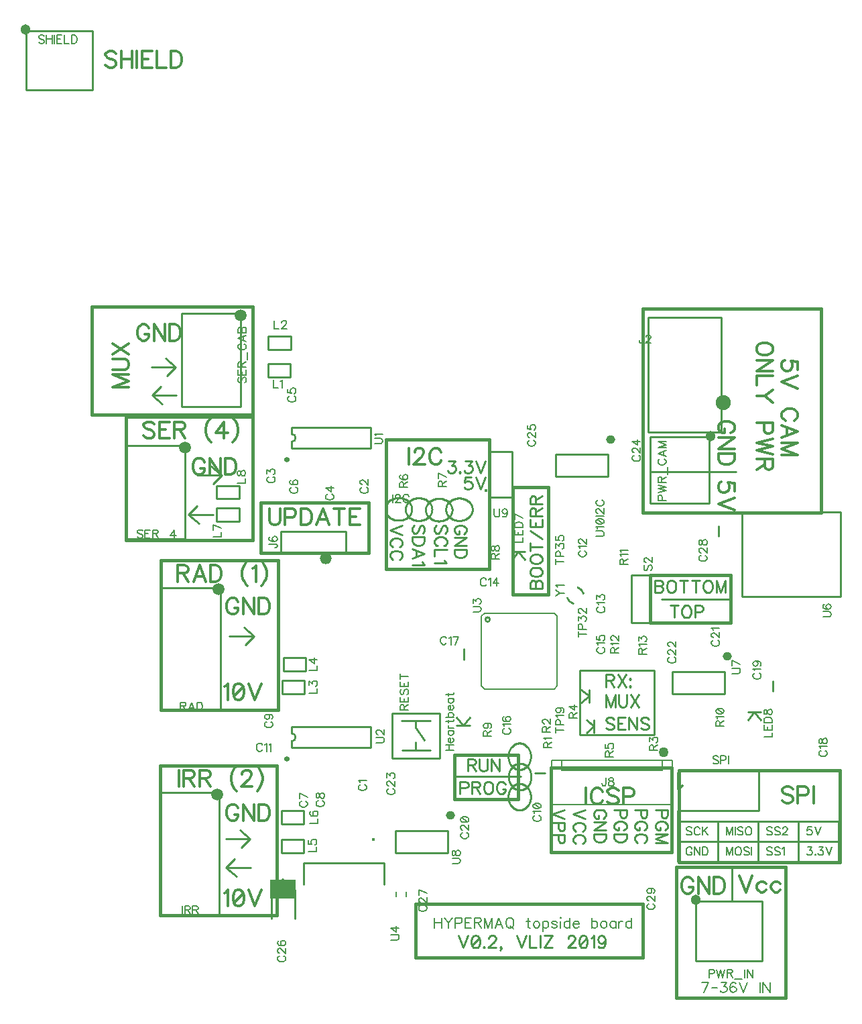
<source format=gto>
G04 DipTrace 3.3.1.3*
G04 Topsidev0.2b.gto*
%MOMM*%
G04 #@! TF.FileFunction,Legend,Top*
G04 #@! TF.Part,Single*
%ADD10C,0.25*%
%ADD13C,0.381*%
%ADD14C,0.254*%
%ADD40C,0.49995*%
%ADD42C,0.1524*%
%ADD47C,1.30387*%
%ADD50O,1.91444X1.89203*%
%ADD54O,1.49666X1.49729*%
%ADD55C,1.49634*%
%ADD56O,1.51536X1.47607*%
%ADD61O,1.25409X1.28622*%
%ADD62C,0.127*%
%ADD65C,1.30381*%
%ADD70O,0.69724X0.69708*%
%ADD72C,0.2032*%
%ADD75O,0.39114X0.39156*%
%ADD80O,1.13934X1.09392*%
%ADD83O,0.40915X0.40882*%
%ADD174C,0.15686*%
%ADD175C,0.31373*%
%ADD176C,0.23529*%
%ADD177C,0.19608*%
%FSLAX35Y35*%
G04*
G71*
G90*
G75*
G01*
G04 TopSilk*
%LPD*%
X-219573Y3204797D2*
D10*
X-89673D1*
X-1112943Y4768323D2*
Y4638423D1*
X2787927Y4367077D2*
Y4237177D1*
X-3247254Y1728635D2*
Y1368629D1*
X-3547257Y1728635D2*
Y1368629D1*
D40*
X-3397256Y1853625D3*
G36*
X-3235120Y1860005D2*
X-3559553D1*
Y1622263D1*
X-3235120D1*
Y1860005D1*
G37*
X-1965000Y1647493D2*
D42*
Y1707501D1*
X-1845000Y1647493D2*
Y1707501D1*
X2105053Y6319950D2*
D10*
Y6190050D1*
X-1039750Y3808880D2*
X-1205737D1*
X-1122727D2*
X-1205737Y3905871D1*
X-1122727Y3808880D2*
X-1039750Y3905871D1*
X-1341261Y6531357D2*
X-1340852Y6541290D1*
X-1339627Y6551174D1*
X-1337593Y6560962D1*
X-1334758Y6570605D1*
X-1331138Y6580058D1*
X-1326749Y6589273D1*
X-1321612Y6598206D1*
X-1315754Y6606813D1*
X-1309202Y6615052D1*
X-1301989Y6622884D1*
X-1294149Y6630270D1*
X-1285721Y6637174D1*
X-1276745Y6643562D1*
X-1267267Y6649404D1*
X-1257330Y6654671D1*
X-1246985Y6659337D1*
X-1236282Y6663379D1*
X-1225272Y6666779D1*
X-1214009Y6669518D1*
X-1202548Y6671584D1*
X-1190946Y6672968D1*
X-1179258Y6673661D1*
X-1167541D1*
X-1155853Y6672968D1*
X-1144251Y6671584D1*
X-1132790Y6669518D1*
X-1121528Y6666779D1*
X-1110518Y6663379D1*
X-1099814Y6659337D1*
X-1089469Y6654671D1*
X-1079533Y6649404D1*
X-1070054Y6643562D1*
X-1061079Y6637174D1*
X-1052650Y6630270D1*
X-1044810Y6622884D1*
X-1037597Y6615052D1*
X-1031045Y6606813D1*
X-1025187Y6598206D1*
X-1020051Y6589273D1*
X-1015662Y6580058D1*
X-1012041Y6570605D1*
X-1009207Y6560962D1*
X-1007172Y6551174D1*
X-1005947Y6541290D1*
X-1005538Y6531357D1*
X-1005947Y6521425D1*
X-1007172Y6511540D1*
X-1009207Y6501753D1*
X-1012041Y6492109D1*
X-1015662Y6482657D1*
X-1020051Y6473442D1*
X-1025187Y6464509D1*
X-1031045Y6455902D1*
X-1037597Y6447662D1*
X-1044810Y6439831D1*
X-1052650Y6432445D1*
X-1061079Y6425541D1*
X-1070054Y6419152D1*
X-1079533Y6413310D1*
X-1089469Y6408044D1*
X-1099814Y6403378D1*
X-1110518Y6399335D1*
X-1121528Y6395936D1*
X-1132790Y6393197D1*
X-1144251Y6391130D1*
X-1155853Y6389747D1*
X-1167541Y6389054D1*
X-1179258D1*
X-1190946Y6389747D1*
X-1202548Y6391130D1*
X-1214009Y6393197D1*
X-1225272Y6395936D1*
X-1236282Y6399335D1*
X-1246985Y6403378D1*
X-1257330Y6408044D1*
X-1267267Y6413310D1*
X-1276745Y6419152D1*
X-1285721Y6425541D1*
X-1294149Y6432445D1*
X-1301989Y6439831D1*
X-1309202Y6447662D1*
X-1315754Y6455902D1*
X-1321612Y6464509D1*
X-1326749Y6473442D1*
X-1331138Y6482657D1*
X-1334758Y6492109D1*
X-1337593Y6501753D1*
X-1339627Y6511540D1*
X-1340852Y6521425D1*
X-1341261Y6531357D1*
X-1596630Y6525952D2*
X-1596221Y6535885D1*
X-1594997Y6545769D1*
X-1592962Y6555557D1*
X-1590128Y6565200D1*
X-1586507Y6574652D1*
X-1582118Y6583867D1*
X-1576982Y6592800D1*
X-1571123Y6601407D1*
X-1564572Y6609647D1*
X-1557358Y6617479D1*
X-1549518Y6624865D1*
X-1541090Y6631769D1*
X-1532115Y6638157D1*
X-1522636Y6643999D1*
X-1512700Y6649266D1*
X-1502355Y6653932D1*
X-1491651Y6657974D1*
X-1480641Y6661373D1*
X-1469378Y6664113D1*
X-1457918Y6666179D1*
X-1446315Y6667562D1*
X-1434627Y6668256D1*
X-1422911D1*
X-1411223Y6667562D1*
X-1399620Y6666179D1*
X-1388160Y6664113D1*
X-1376897Y6661373D1*
X-1365887Y6657974D1*
X-1355183Y6653932D1*
X-1344838Y6649266D1*
X-1334902Y6643999D1*
X-1325423Y6638157D1*
X-1316448Y6631769D1*
X-1308020Y6624865D1*
X-1300180Y6617479D1*
X-1292966Y6609647D1*
X-1286415Y6601407D1*
X-1280556Y6592800D1*
X-1275420Y6583867D1*
X-1271031Y6574652D1*
X-1267410Y6565200D1*
X-1264576Y6555557D1*
X-1262541Y6545769D1*
X-1261317Y6535885D1*
X-1260908Y6525952D1*
X-1261317Y6516019D1*
X-1262541Y6506135D1*
X-1264576Y6496347D1*
X-1267410Y6486704D1*
X-1271031Y6477252D1*
X-1275420Y6468037D1*
X-1280556Y6459104D1*
X-1286415Y6450497D1*
X-1292966Y6442257D1*
X-1300180Y6434425D1*
X-1308020Y6427039D1*
X-1316448Y6420135D1*
X-1325423Y6413747D1*
X-1334902Y6407905D1*
X-1344838Y6402638D1*
X-1355183Y6397972D1*
X-1365887Y6393930D1*
X-1376897Y6390531D1*
X-1388160Y6387791D1*
X-1399620Y6385725D1*
X-1411223Y6384342D1*
X-1422911Y6383648D1*
X-1434627D1*
X-1446315Y6384342D1*
X-1457918Y6385725D1*
X-1469378Y6387791D1*
X-1480641Y6390531D1*
X-1491651Y6393930D1*
X-1502355Y6397972D1*
X-1512700Y6402638D1*
X-1522636Y6407905D1*
X-1532115Y6413747D1*
X-1541090Y6420135D1*
X-1549518Y6427039D1*
X-1557358Y6434425D1*
X-1564572Y6442257D1*
X-1571123Y6450497D1*
X-1576982Y6459104D1*
X-1582118Y6468037D1*
X-1586507Y6477252D1*
X-1590128Y6486704D1*
X-1592962Y6496347D1*
X-1594997Y6506135D1*
X-1596221Y6516019D1*
X-1596630Y6525952D1*
X-1851449Y6531945D2*
X-1851040Y6541878D1*
X-1849816Y6551762D1*
X-1847781Y6561550D1*
X-1844947Y6571193D1*
X-1841326Y6580645D1*
X-1836937Y6589860D1*
X-1831801Y6598793D1*
X-1825942Y6607400D1*
X-1819391Y6615640D1*
X-1812177Y6623472D1*
X-1804337Y6630858D1*
X-1795909Y6637762D1*
X-1786934Y6644150D1*
X-1777455Y6649992D1*
X-1767519Y6655259D1*
X-1757174Y6659924D1*
X-1746470Y6663967D1*
X-1735460Y6667366D1*
X-1724197Y6670106D1*
X-1712737Y6672172D1*
X-1701134Y6673555D1*
X-1689446Y6674248D1*
X-1677730D1*
X-1666042Y6673555D1*
X-1654439Y6672172D1*
X-1642979Y6670106D1*
X-1631716Y6667366D1*
X-1620706Y6663967D1*
X-1610002Y6659924D1*
X-1599657Y6655259D1*
X-1589721Y6649992D1*
X-1580242Y6644150D1*
X-1571267Y6637762D1*
X-1562839Y6630858D1*
X-1554999Y6623472D1*
X-1547785Y6615640D1*
X-1541234Y6607400D1*
X-1535375Y6598793D1*
X-1530239Y6589860D1*
X-1525850Y6580645D1*
X-1522229Y6571193D1*
X-1519395Y6561550D1*
X-1517360Y6551762D1*
X-1516136Y6541878D1*
X-1515727Y6531945D1*
X-1516136Y6522012D1*
X-1517360Y6512128D1*
X-1519395Y6502340D1*
X-1522229Y6492697D1*
X-1525850Y6483245D1*
X-1530239Y6474030D1*
X-1535375Y6465097D1*
X-1541234Y6456490D1*
X-1547785Y6448250D1*
X-1554999Y6440418D1*
X-1562839Y6433032D1*
X-1571267Y6426128D1*
X-1580242Y6419740D1*
X-1589721Y6413898D1*
X-1599657Y6408631D1*
X-1610002Y6403965D1*
X-1620706Y6399923D1*
X-1631716Y6396524D1*
X-1642979Y6393784D1*
X-1654439Y6391718D1*
X-1666042Y6390335D1*
X-1677730Y6389641D1*
X-1689446D1*
X-1701134Y6390335D1*
X-1712737Y6391718D1*
X-1724197Y6393784D1*
X-1735460Y6396524D1*
X-1746470Y6399923D1*
X-1757174Y6403965D1*
X-1767519Y6408631D1*
X-1777455Y6413898D1*
X-1786934Y6419740D1*
X-1795909Y6426128D1*
X-1804337Y6433032D1*
X-1812177Y6440418D1*
X-1819391Y6448250D1*
X-1825942Y6456490D1*
X-1831801Y6465097D1*
X-1836937Y6474030D1*
X-1841326Y6483245D1*
X-1844947Y6492697D1*
X-1847781Y6502340D1*
X-1849816Y6512128D1*
X-1851040Y6522012D1*
X-1851449Y6531945D1*
X-2106268Y6534941D2*
X-2105859Y6544874D1*
X-2104635Y6554758D1*
X-2102600Y6564546D1*
X-2099766Y6574189D1*
X-2096145Y6583642D1*
X-2091756Y6592857D1*
X-2086620Y6601790D1*
X-2080761Y6610397D1*
X-2074210Y6618636D1*
X-2066996Y6626468D1*
X-2059156Y6633854D1*
X-2050728Y6640758D1*
X-2041753Y6647146D1*
X-2032274Y6652988D1*
X-2022338Y6658255D1*
X-2011993Y6662921D1*
X-2001289Y6666963D1*
X-1990279Y6670363D1*
X-1979016Y6673102D1*
X-1967556Y6675168D1*
X-1955953Y6676552D1*
X-1944265Y6677245D1*
X-1932549D1*
X-1920861Y6676552D1*
X-1909258Y6675168D1*
X-1897798Y6673102D1*
X-1886535Y6670363D1*
X-1875525Y6666963D1*
X-1864821Y6662921D1*
X-1854476Y6658255D1*
X-1844540Y6652988D1*
X-1835061Y6647146D1*
X-1826086Y6640758D1*
X-1817658Y6633854D1*
X-1809818Y6626468D1*
X-1802604Y6618636D1*
X-1796053Y6610397D1*
X-1790194Y6601790D1*
X-1785058Y6592857D1*
X-1780669Y6583642D1*
X-1777048Y6574189D1*
X-1774214Y6564546D1*
X-1772179Y6554758D1*
X-1770955Y6544874D1*
X-1770546Y6534941D1*
X-1770955Y6525009D1*
X-1772179Y6515124D1*
X-1774214Y6505337D1*
X-1777048Y6495693D1*
X-1780669Y6486241D1*
X-1785058Y6477026D1*
X-1790194Y6468093D1*
X-1796053Y6459486D1*
X-1802604Y6451246D1*
X-1809818Y6443415D1*
X-1817658Y6436029D1*
X-1826086Y6429125D1*
X-1835061Y6422736D1*
X-1844540Y6416894D1*
X-1854476Y6411628D1*
X-1864821Y6406962D1*
X-1875525Y6402919D1*
X-1886535Y6399520D1*
X-1897798Y6396781D1*
X-1909258Y6394714D1*
X-1920861Y6393331D1*
X-1932549Y6392638D1*
X-1944265D1*
X-1955953Y6393331D1*
X-1967556Y6394714D1*
X-1979016Y6396781D1*
X-1990279Y6399520D1*
X-2001289Y6402919D1*
X-2011993Y6406962D1*
X-2022338Y6411628D1*
X-2032274Y6416894D1*
X-2041753Y6422736D1*
X-2050728Y6429125D1*
X-2059156Y6436029D1*
X-2066996Y6443415D1*
X-2074210Y6451246D1*
X-2080761Y6459486D1*
X-2086620Y6468093D1*
X-2091756Y6477026D1*
X-2096145Y6486241D1*
X-2099766Y6495693D1*
X-2102600Y6505337D1*
X-2104635Y6515124D1*
X-2105859Y6525009D1*
X-2106268Y6534941D1*
X2658000Y838065D2*
X1817993D1*
Y1586163D1*
X2658000D1*
Y838065D1*
D47*
X1813307Y1600691D3*
X1218666Y7503072D2*
D10*
X2138726D1*
Y8952928D1*
X1218666D1*
Y7503072D1*
D50*
X2164042Y7874560D3*
X-4941073Y3997323D2*
D10*
X-4188152D1*
Y5544577D1*
X-4941073D1*
Y3997323D1*
D54*
X-4209953Y5523839D3*
X-4956947Y1411197D2*
D10*
X-4204025D1*
Y2958450D1*
X-4956947D1*
Y1411197D1*
D54*
X-4225826Y2937712D3*
X-4678500Y7827435D2*
D10*
X-3930412D1*
Y9006618D1*
X-4678500D1*
Y7827435D1*
D55*
X-3931604Y8981066D3*
X-2603250Y5984176D2*
D10*
X-3423250D1*
Y6254167D1*
X-2603250D1*
Y5984176D1*
D56*
X-2855482Y5917837D3*
X-553132Y3414464D2*
D10*
X-552785Y3426174D1*
X-551746Y3437827D1*
X-550020Y3449367D1*
X-547616Y3460736D1*
X-544545Y3471880D1*
X-540821Y3482744D1*
X-536464Y3493276D1*
X-531495Y3503424D1*
X-525937Y3513138D1*
X-519818Y3522371D1*
X-513168Y3531079D1*
X-506019Y3539219D1*
X-498405Y3546751D1*
X-490365Y3553638D1*
X-481936Y3559847D1*
X-473160Y3565348D1*
X-464081Y3570114D1*
X-454742Y3574122D1*
X-445188Y3577352D1*
X-435466Y3579788D1*
X-425624Y3581419D1*
X-415709Y3582236D1*
X-405771D1*
X-395856Y3581419D1*
X-386014Y3579788D1*
X-376292Y3577352D1*
X-366739Y3574122D1*
X-357399Y3570114D1*
X-348320Y3565348D1*
X-339544Y3559847D1*
X-331116Y3553638D1*
X-323075Y3546751D1*
X-315461Y3539219D1*
X-308312Y3531079D1*
X-301662Y3522371D1*
X-295543Y3513138D1*
X-289985Y3503424D1*
X-285016Y3493276D1*
X-280659Y3482744D1*
X-276936Y3471880D1*
X-273864Y3460736D1*
X-271460Y3449367D1*
X-269734Y3437827D1*
X-268695Y3426174D1*
X-268348Y3414464D1*
X-268695Y3402753D1*
X-269734Y3391100D1*
X-271460Y3379560D1*
X-273864Y3368191D1*
X-276936Y3357047D1*
X-280659Y3346183D1*
X-285016Y3335651D1*
X-289985Y3325503D1*
X-295543Y3315789D1*
X-301662Y3306556D1*
X-308312Y3297848D1*
X-315461Y3289708D1*
X-323075Y3282176D1*
X-331116Y3275289D1*
X-339544Y3269080D1*
X-348320Y3263579D1*
X-357399Y3258813D1*
X-366739Y3254805D1*
X-376292Y3251575D1*
X-386014Y3249139D1*
X-395856Y3247508D1*
X-405771Y3246691D1*
X-415709D1*
X-425624Y3247508D1*
X-435466Y3249139D1*
X-445188Y3251575D1*
X-454742Y3254805D1*
X-464081Y3258813D1*
X-473160Y3263579D1*
X-481936Y3269080D1*
X-490365Y3275289D1*
X-498405Y3282176D1*
X-506019Y3289708D1*
X-513168Y3297848D1*
X-519818Y3306556D1*
X-525937Y3315789D1*
X-531495Y3325503D1*
X-536464Y3335651D1*
X-540821Y3346183D1*
X-544545Y3357047D1*
X-547616Y3368191D1*
X-550020Y3379560D1*
X-551746Y3391100D1*
X-552785Y3402753D1*
X-553132Y3414464D1*
X-547723Y3159077D2*
X-547377Y3170788D1*
X-546338Y3182441D1*
X-544612Y3193980D1*
X-542207Y3205350D1*
X-539136Y3216494D1*
X-535413Y3227358D1*
X-531056Y3237890D1*
X-526087Y3248037D1*
X-520529Y3257752D1*
X-514410Y3266985D1*
X-507760Y3275693D1*
X-500610Y3283833D1*
X-492997Y3291364D1*
X-484956Y3298252D1*
X-476528Y3304461D1*
X-467752Y3309962D1*
X-458673Y3314728D1*
X-449333Y3318736D1*
X-439779Y3321965D1*
X-430058Y3324402D1*
X-420216Y3326032D1*
X-410301Y3326850D1*
X-400362D1*
X-390448Y3326032D1*
X-380606Y3324402D1*
X-370884Y3321965D1*
X-361330Y3318736D1*
X-351991Y3314728D1*
X-342911Y3309962D1*
X-334136Y3304461D1*
X-325707Y3298252D1*
X-317667Y3291364D1*
X-310053Y3283833D1*
X-302904Y3275693D1*
X-296253Y3266985D1*
X-290134Y3257752D1*
X-284577Y3248037D1*
X-279607Y3237890D1*
X-275250Y3227358D1*
X-271527Y3216494D1*
X-268456Y3205350D1*
X-266052Y3193980D1*
X-264326Y3182441D1*
X-263287Y3170788D1*
X-262940Y3159077D1*
X-263287Y3147367D1*
X-264326Y3135714D1*
X-266052Y3124174D1*
X-268456Y3112805D1*
X-271527Y3101661D1*
X-275250Y3090796D1*
X-279607Y3080265D1*
X-284577Y3070117D1*
X-290134Y3060403D1*
X-296253Y3051169D1*
X-302904Y3042462D1*
X-310053Y3034322D1*
X-317667Y3026790D1*
X-325707Y3019903D1*
X-334136Y3013693D1*
X-342911Y3008192D1*
X-351991Y3003426D1*
X-361330Y2999419D1*
X-370884Y2996189D1*
X-380606Y2993753D1*
X-390448Y2992122D1*
X-400362Y2991305D1*
X-410301D1*
X-420216Y2992122D1*
X-430058Y2993753D1*
X-439779Y2996189D1*
X-449333Y2999419D1*
X-458673Y3003426D1*
X-467752Y3008192D1*
X-476528Y3013693D1*
X-484956Y3019903D1*
X-492997Y3026790D1*
X-500610Y3034322D1*
X-507760Y3042462D1*
X-514410Y3051169D1*
X-520529Y3060403D1*
X-526087Y3070117D1*
X-531056Y3080265D1*
X-535413Y3090796D1*
X-539136Y3101661D1*
X-542207Y3112805D1*
X-544612Y3124174D1*
X-546338Y3135714D1*
X-547377Y3147367D1*
X-547723Y3159077D1*
X-553713Y2904283D2*
X-553366Y2915993D1*
X-552328Y2927647D1*
X-550602Y2939186D1*
X-548197Y2950556D1*
X-545126Y2961700D1*
X-541403Y2972564D1*
X-537046Y2983096D1*
X-532077Y2993243D1*
X-526519Y3002957D1*
X-520400Y3012191D1*
X-513750Y3020899D1*
X-506600Y3029038D1*
X-498987Y3036570D1*
X-490946Y3043458D1*
X-482517Y3049667D1*
X-473742Y3055168D1*
X-464663Y3059934D1*
X-455323Y3063942D1*
X-445769Y3067171D1*
X-436048Y3069608D1*
X-426206Y3071238D1*
X-416291Y3072056D1*
X-406352D1*
X-396438Y3071238D1*
X-386596Y3069608D1*
X-376874Y3067171D1*
X-367320Y3063942D1*
X-357981Y3059934D1*
X-348901Y3055168D1*
X-340126Y3049667D1*
X-331697Y3043458D1*
X-323657Y3036570D1*
X-316043Y3029038D1*
X-308894Y3020899D1*
X-302243Y3012191D1*
X-296124Y3002957D1*
X-290567Y2993243D1*
X-285597Y2983096D1*
X-281240Y2972564D1*
X-277517Y2961700D1*
X-274446Y2950556D1*
X-272042Y2939186D1*
X-270316Y2927647D1*
X-269277Y2915993D1*
X-268930Y2904283D1*
X-269277Y2892573D1*
X-270316Y2880919D1*
X-272042Y2869380D1*
X-274446Y2858011D1*
X-277517Y2846867D1*
X-281240Y2836002D1*
X-285597Y2825471D1*
X-290567Y2815323D1*
X-296124Y2805609D1*
X-302243Y2796375D1*
X-308894Y2787668D1*
X-316043Y2779528D1*
X-323657Y2771996D1*
X-331697Y2765109D1*
X-340126Y2758899D1*
X-348901Y2753398D1*
X-357981Y2748632D1*
X-367320Y2744625D1*
X-376874Y2741395D1*
X-386596Y2738959D1*
X-396438Y2737328D1*
X-406352Y2736511D1*
X-416291D1*
X-426206Y2737328D1*
X-436048Y2738959D1*
X-445769Y2741395D1*
X-455323Y2744625D1*
X-464663Y2748632D1*
X-473742Y2753398D1*
X-482517Y2758899D1*
X-490946Y2765109D1*
X-498987Y2771996D1*
X-506600Y2779528D1*
X-513750Y2787668D1*
X-520400Y2796375D1*
X-526519Y2805609D1*
X-532077Y2815323D1*
X-537046Y2825471D1*
X-541403Y2836002D1*
X-545126Y2846867D1*
X-548197Y2858011D1*
X-550602Y2869380D1*
X-552328Y2880919D1*
X-553366Y2892573D1*
X-553713Y2904283D1*
D61*
X1407515Y3470656D3*
X1516914Y2804573D2*
D62*
Y3363397D1*
X-7000Y2804573D2*
Y3363397D1*
Y2804573D2*
X1516914D1*
X-7000Y3363397D2*
X119909D1*
X1390171D1*
X1516914D1*
X1390171D2*
Y3236382D1*
X119909D1*
Y3363397D1*
X-5380567Y6156995D2*
D10*
X-4632479D1*
Y7336178D1*
X-5380567D1*
Y6156995D1*
D55*
X-4633670Y7310626D3*
X-3303533Y8201005D2*
D10*
X-3589120D1*
Y8368155D1*
X-3303533D1*
Y8201005D1*
X-3302283Y8550255D2*
X-3587870D1*
Y8717405D1*
X-3302283D1*
Y8550255D1*
X-3124530Y4204875D2*
X-3410117D1*
Y4372025D1*
X-3124530D1*
Y4204875D1*
X-3108660Y4490628D2*
X-3394247D1*
Y4657778D1*
X-3108660D1*
Y4490628D1*
X-3133030Y2201375D2*
X-3418617D1*
Y2368525D1*
X-3133030D1*
Y2201375D1*
Y2561378D2*
X-3418617D1*
Y2728528D1*
X-3133030D1*
Y2561378D1*
X-3950030Y6379755D2*
X-4235617D1*
Y6546905D1*
X-3950030D1*
Y6379755D1*
Y6665502D2*
X-4235617D1*
Y6832652D1*
X-3950030D1*
Y6665502D1*
X-507250Y5994744D2*
X-341263D1*
X-424273D2*
X-341263Y5897753D1*
X-424273Y5994744D2*
X-507250Y5897753D1*
X2472873Y3974247D2*
X2638860D1*
X2555850D2*
X2638860Y3877256D1*
X2555850Y3974247D2*
X2472873Y3877256D1*
X465870Y4258127D2*
Y4092140D1*
Y4175150D2*
X368879Y4092140D1*
X465870Y4175150D2*
X368879Y4258127D1*
X1238682Y6606283D2*
X1986780D1*
Y7446291D1*
X1238682D1*
Y6606283D1*
D65*
X2001308Y7450977D3*
X-1419993Y3954920D2*
D10*
X-2022380D1*
Y3394880D1*
X-1419993D1*
Y3954920D1*
X-1540109Y3861860D2*
X-1899192D1*
X-1538423Y3492980D2*
X-1893831D1*
X-1721187Y3858500D2*
Y3785720D1*
X-1726247Y3596240D2*
Y3499760D1*
X-1724560Y3780680D2*
X-1614564Y3618200D1*
X1000138Y5701500D2*
X1240108D1*
Y5101500D1*
X1000138D1*
Y5701500D1*
X529370Y3877123D2*
Y3711137D1*
Y3794147D2*
X432379Y3711137D1*
X529370Y3794147D2*
X432379Y3877123D1*
X1591873Y3242873D2*
X2607873D1*
Y2734873D1*
X1591873D1*
Y3242873D1*
X-3289622Y7303760D2*
X-2289658D1*
X-3289622Y7564240D2*
X-2289658D1*
Y7303760D2*
Y7564240D1*
X-3289622Y7303760D2*
Y7383680D1*
Y7484320D2*
Y7564240D1*
Y7383680D2*
G03X-3289622Y7484320I-268J50320D01*
G01*
D70*
X-3347653Y7159534D3*
X-3289622Y3525510D2*
D10*
X-2289658D1*
X-3289622Y3785990D2*
X-2289658D1*
Y3525510D2*
Y3785990D1*
X-3289622Y3525510D2*
Y3605430D1*
Y3706070D2*
Y3785990D1*
Y3605430D2*
G03X-3289622Y3706070I-268J50320D01*
G01*
D70*
X-3347653Y3381284D3*
X-892981Y5183402D2*
D72*
X-853026Y5223357D1*
X27032D1*
X66987Y5183402D1*
Y4303344D1*
X27032Y4263389D1*
X-853026D1*
X-892981Y4303344D1*
Y5183402D1*
X-841236Y5143382D2*
D14*
G02X-841236Y5143382I28230J0D01*
G01*
X-2120911Y2068696D2*
D10*
X-3140843D1*
X-2120911D2*
Y1798660D1*
X-3140843Y2068696D2*
Y1798660D1*
D75*
X-2253252Y2370478D3*
X3646107Y6496870D2*
D10*
X2401507D1*
Y5430070D1*
X3646107D1*
Y6496870D1*
D80*
X2214215Y4677174D3*
X2179644Y4485420D2*
D10*
X1519638D1*
X2179644Y4205580D2*
X1519638D1*
Y4485420D2*
Y4205580D1*
X2179644Y4485420D2*
Y4205580D1*
D80*
X-1285409Y2671047D3*
X-1319980Y2479293D2*
D10*
X-1979985D1*
X-1319980Y2199453D2*
X-1979985D1*
Y2479293D2*
Y2199453D1*
X-1319980Y2479293D2*
Y2199453D1*
X-794778Y6681312D2*
X-500017D1*
Y7259555D1*
X-794778D1*
Y6681312D1*
D83*
X-836586Y6768193D3*
D80*
X742091Y7415797D3*
X707520Y7224043D2*
D10*
X47515D1*
X707520Y6944203D2*
X47515D1*
Y7224043D2*
Y6944203D1*
X707520Y7224043D2*
Y6944203D1*
X194599Y5412679D2*
G03X267228Y5343901I99935J32794D01*
G01*
X395469Y5472142D2*
G03X326691Y5544771I-101572J-27306D01*
G01*
X-5803377Y11823565D2*
X-6643384D1*
Y12571663D1*
X-5803377D1*
Y11823565D1*
D47*
X-6648070Y12586191D3*
X-1720607Y1550667D2*
D13*
X1147377D1*
Y875960D1*
X-1720607D1*
Y1550667D1*
X1603373Y3238500D2*
X3635373D1*
Y2079623D1*
X1603373D1*
Y3238500D1*
X-4122127Y2375750D2*
D14*
X-3812123D1*
X-3942123Y2485743D2*
X-3812123Y2375750D1*
X-3922127Y2265750D1*
X-3806250Y2014000D2*
X-4116250D1*
X-3986250Y1903993D2*
X-4116250Y2014000D1*
X-4006250Y2124000D1*
X-5062810Y8328060D2*
X-4752813D1*
X-4882807Y8438063D2*
X-4752813Y8328060D1*
X-4862810Y8218060D1*
X-4743683Y7975060D2*
X-5053690D1*
X-4923683Y7865067D2*
X-5053690Y7975060D1*
X-4943683Y8085060D1*
X-4484317Y6965680D2*
X-4174310D1*
X-4304313Y7075687D2*
X-4174310Y6965680D1*
X-4284317Y6855687D1*
X-4279567Y6461057D2*
X-4589567D1*
X-4459560Y6351057D2*
X-4589567Y6461057D1*
X-4479567Y6571057D1*
X1385500Y5401873D2*
X2242750D1*
X353623Y4496997D2*
X1290250D1*
Y3687370D1*
X353623D1*
Y4496997D1*
X-4953003Y3301997D2*
D13*
X-3476623D1*
Y1412873D1*
X-4953003D1*
Y3301997D1*
X-2095500Y7413623D2*
X-793750D1*
Y5778497D1*
X-2095500D1*
Y7413623D1*
X1242623Y5703497D2*
X2258623D1*
Y5100247D1*
X1242623D1*
Y5703497D1*
X-1233877Y3433373D2*
X-424250D1*
Y2877747D1*
X-1233877D1*
Y3433373D1*
Y3163493D2*
D14*
X-392500D1*
X-4074503Y4931627D2*
X-3764497D1*
X-3894500Y5041620D2*
X-3764497Y4931627D1*
X-3874503Y4821623D1*
X1587500Y2603497D2*
Y2730497D1*
X2270123Y1587500D2*
Y2000247D1*
X1246367Y7005660D2*
X2321490Y7010033D1*
X-4937127Y5889623D2*
D13*
X-3460750D1*
Y4000500D1*
X-4937127D1*
Y5889623D1*
X-3683000Y6619873D2*
X-2317750D1*
Y5984873D1*
X-3683000D1*
Y6619873D1*
X1571623Y2016123D2*
X2952750D1*
Y365123D1*
X1571623D1*
Y2016123D1*
X1143000Y9064623D2*
X3397250D1*
Y6492873D1*
X1143000D1*
Y9064623D1*
X-5381623Y7699373D2*
X-3778250D1*
Y6143623D1*
X-5381623D1*
Y7699373D1*
X-5810250Y9088437D2*
X-3778250D1*
Y7723187D1*
X-5810250D1*
Y9088437D1*
X-492127Y6810373D2*
X-47627D1*
Y5461000D1*
X-492127D1*
Y6810373D1*
X-15877Y3270250D2*
X1508123D1*
Y2206623D1*
X-15877D1*
Y3270250D1*
X1587500Y2593873D2*
D10*
X2095500D1*
Y2339873D1*
X1587500D1*
Y2593873D1*
Y2339873D2*
X2095500D1*
Y2085873D1*
X1587500D1*
Y2339873D1*
X2095500Y2593873D2*
X2603500D1*
Y2339873D1*
X2095500D1*
Y2593873D1*
Y2339873D2*
X2603500D1*
Y2085873D1*
X2095500D1*
Y2339873D1*
X2603500Y2593873D2*
X3111500D1*
Y2339873D1*
X2603500D1*
Y2593873D1*
Y2339873D2*
X3111500D1*
Y2085873D1*
X2603500D1*
Y2339873D1*
X3111500Y2593873D2*
X3619500D1*
Y2339873D1*
X3111500D1*
Y2593873D1*
Y2339873D2*
X3619500D1*
Y2085873D1*
X3111500D1*
Y2339873D1*
X-2420157Y3057069D2*
D174*
X-2429816Y3052240D1*
X-2439587Y3042469D1*
X-2444416Y3032811D1*
Y3013381D1*
X-2439587Y3003611D1*
X-2429816Y2993952D1*
X-2420157Y2989011D1*
X-2405557Y2984181D1*
X-2381187D1*
X-2366699Y2989011D1*
X-2356928Y2993952D1*
X-2347270Y3003611D1*
X-2342328Y3013381D1*
Y3032811D1*
X-2347270Y3042469D1*
X-2356928Y3052240D1*
X-2366699Y3057069D1*
X-2424874Y3088442D2*
X-2429816Y3098212D1*
X-2444303Y3112812D1*
X-2342328D1*
X-2398031Y6809855D2*
X-2407689Y6805026D1*
X-2417460Y6795255D1*
X-2422289Y6785597D1*
Y6766168D1*
X-2417460Y6756397D1*
X-2407689Y6746738D1*
X-2398031Y6741797D1*
X-2383431Y6736968D1*
X-2359060D1*
X-2344572Y6741797D1*
X-2334802Y6746738D1*
X-2325143Y6756397D1*
X-2320201Y6766168D1*
Y6785597D1*
X-2325143Y6795255D1*
X-2334801Y6805026D1*
X-2344572Y6809855D1*
X-2397918Y6846169D2*
X-2402748D1*
X-2412518Y6850999D1*
X-2417348Y6855828D1*
X-2422177Y6865599D1*
Y6885028D1*
X-2417348Y6894686D1*
X-2412518Y6899515D1*
X-2402748Y6904457D1*
X-2393089D1*
X-2383318Y6899515D1*
X-2368831Y6889857D1*
X-2320201Y6841228D1*
X-2320202Y6909286D1*
X-3577031Y6941099D2*
X-3586689Y6936269D1*
X-3596460Y6926499D1*
X-3601289Y6916840D1*
Y6897411D1*
X-3596460Y6887640D1*
X-3586689Y6877982D1*
X-3577031Y6873040D1*
X-3562431Y6868211D1*
X-3538060D1*
X-3523572Y6873040D1*
X-3513802Y6877982D1*
X-3504143Y6887640D1*
X-3499201Y6897411D1*
Y6916840D1*
X-3504143Y6926498D1*
X-3513801Y6936269D1*
X-3523572Y6941098D1*
X-3601177Y6982242D2*
Y7035588D1*
X-3562318Y7006500D1*
Y7021100D1*
X-3557489Y7030759D1*
X-3552660Y7035588D1*
X-3538060Y7040529D1*
X-3528401D1*
X-3513802Y7035588D1*
X-3504031Y7025929D1*
X-3499202Y7011329D1*
Y6996729D1*
X-3504031Y6982242D1*
X-3508972Y6977412D1*
X-3518631Y6972471D1*
X-2834281Y6723437D2*
X-2843939Y6718608D1*
X-2853710Y6708837D1*
X-2858539Y6699179D1*
Y6679750D1*
X-2853710Y6669979D1*
X-2843939Y6660320D1*
X-2834281Y6655379D1*
X-2819681Y6650550D1*
X-2795310D1*
X-2780822Y6655379D1*
X-2771052Y6660320D1*
X-2761393Y6669979D1*
X-2756451Y6679750D1*
Y6699179D1*
X-2761393Y6708837D1*
X-2771051Y6718608D1*
X-2780822Y6723437D1*
X-2756452Y6803439D2*
X-2858427D1*
X-2790481Y6754810D1*
Y6827697D1*
X-3312784Y7961229D2*
X-3322442Y7956399D1*
X-3332213Y7946629D1*
X-3337043Y7936970D1*
Y7917541D1*
X-3332213Y7907770D1*
X-3322443Y7898112D1*
X-3312784Y7893170D1*
X-3298184Y7888341D1*
X-3273813D1*
X-3259326Y7893170D1*
X-3249555Y7898112D1*
X-3239896Y7907770D1*
X-3234955Y7917541D1*
Y7936970D1*
X-3239896Y7946628D1*
X-3249555Y7956399D1*
X-3259326Y7961228D1*
X-3336930Y8050889D2*
Y8002372D1*
X-3293242Y7997543D1*
X-3298072Y8002372D1*
X-3303013Y8016972D1*
Y8031459D1*
X-3298072Y8046059D1*
X-3288413Y8055830D1*
X-3273813Y8060659D1*
X-3264155D1*
X-3249555Y8055830D1*
X-3239784Y8046059D1*
X-3234955Y8031459D1*
Y8016972D1*
X-3239784Y8002372D1*
X-3244726Y7997542D1*
X-3254384Y7992601D1*
X-3288657Y6810576D2*
X-3298316Y6805747D1*
X-3308087Y6795976D1*
X-3312916Y6786318D1*
Y6766888D1*
X-3308087Y6757118D1*
X-3298316Y6747459D1*
X-3288657Y6742518D1*
X-3274057Y6737688D1*
X-3249687D1*
X-3235199Y6742518D1*
X-3225428Y6747459D1*
X-3215770Y6757118D1*
X-3210828Y6766888D1*
Y6786317D1*
X-3215770Y6795976D1*
X-3225428Y6805747D1*
X-3235199Y6810576D1*
X-3298316Y6900236D2*
X-3307974Y6895407D1*
X-3312803Y6880807D1*
Y6871149D1*
X-3307974Y6856549D1*
X-3293374Y6846778D1*
X-3269116Y6841948D1*
X-3244857D1*
X-3225428Y6846778D1*
X-3215657Y6856548D1*
X-3210828Y6871148D1*
Y6875978D1*
X-3215657Y6890465D1*
X-3225428Y6900236D1*
X-3240028Y6905065D1*
X-3244857D1*
X-3259457Y6900236D1*
X-3269116Y6890465D1*
X-3273945Y6875978D1*
Y6871148D1*
X-3269116Y6856548D1*
X-3259457Y6846778D1*
X-3244857Y6841948D1*
X-3166407Y2848969D2*
X-3176066Y2844139D1*
X-3185837Y2834369D1*
X-3190666Y2824710D1*
Y2805281D1*
X-3185837Y2795510D1*
X-3176066Y2785852D1*
X-3166407Y2780910D1*
X-3151807Y2776081D1*
X-3127437D1*
X-3112949Y2780910D1*
X-3103178Y2785852D1*
X-3093520Y2795510D1*
X-3088578Y2805281D1*
Y2824710D1*
X-3093520Y2834368D1*
X-3103178Y2844139D1*
X-3112949Y2848968D1*
X-3088578Y2899770D2*
X-3190553Y2948399D1*
Y2880341D1*
X-2954157Y2854911D2*
X-2963816Y2850082D1*
X-2973587Y2840311D1*
X-2978416Y2830653D1*
Y2811224D1*
X-2973587Y2801453D1*
X-2963816Y2791795D1*
X-2954157Y2786853D1*
X-2939557Y2782024D1*
X-2915187D1*
X-2900699Y2786853D1*
X-2890928Y2791795D1*
X-2881270Y2801453D1*
X-2876328Y2811224D1*
Y2830653D1*
X-2881270Y2840311D1*
X-2890928Y2850082D1*
X-2900699Y2854911D1*
X-2978303Y2910542D2*
X-2973474Y2896055D1*
X-2963816Y2891113D1*
X-2954045D1*
X-2944387Y2896055D1*
X-2939445Y2905713D1*
X-2934616Y2925142D1*
X-2929787Y2939742D1*
X-2920016Y2949401D1*
X-2910357Y2954230D1*
X-2895757D1*
X-2886099Y2949401D1*
X-2881157Y2944571D1*
X-2876328Y2929971D1*
Y2910542D1*
X-2881157Y2896055D1*
X-2886099Y2891113D1*
X-2895757Y2886284D1*
X-2910357D1*
X-2920016Y2891113D1*
X-2929787Y2900884D1*
X-2934616Y2915372D1*
X-2939445Y2934801D1*
X-2944387Y2944572D1*
X-2954045Y2949401D1*
X-2963816D1*
X-2973474Y2944572D1*
X-2978303Y2929972D1*
Y2910542D1*
X-3605157Y3851140D2*
X-3614816Y3846311D1*
X-3624587Y3836540D1*
X-3629416Y3826881D1*
Y3807452D1*
X-3624587Y3797681D1*
X-3614816Y3788023D1*
X-3605157Y3783081D1*
X-3590557Y3778252D1*
X-3566187D1*
X-3551699Y3783081D1*
X-3541928Y3788023D1*
X-3532270Y3797681D1*
X-3527328Y3807452D1*
Y3826881D1*
X-3532270Y3836540D1*
X-3541928Y3846311D1*
X-3551699Y3851140D1*
X-3595387Y3945741D2*
X-3580787Y3940800D1*
X-3571016Y3931141D1*
X-3566187Y3916541D1*
Y3911712D1*
X-3571016Y3897112D1*
X-3580787Y3887454D1*
X-3595387Y3882512D1*
X-3600216D1*
X-3614816Y3887454D1*
X-3624474Y3897112D1*
X-3629303Y3911712D1*
Y3916542D1*
X-3624474Y3931142D1*
X-3614816Y3940800D1*
X-3595387Y3945741D1*
X-3571016D1*
X-3546757Y3940800D1*
X-3532157Y3931141D1*
X-3527328Y3916541D1*
Y3906883D1*
X-3532157Y3892283D1*
X-3541928Y3887454D1*
X-216001Y2669380D2*
X-225659Y2664551D1*
X-235430Y2654780D1*
X-240259Y2645122D1*
Y2625693D1*
X-235430Y2615922D1*
X-225659Y2606263D1*
X-216001Y2601322D1*
X-201401Y2596493D1*
X-177030D1*
X-162542Y2601322D1*
X-152772Y2606263D1*
X-143113Y2615922D1*
X-138171Y2625693D1*
Y2645122D1*
X-143113Y2654780D1*
X-152771Y2664551D1*
X-162542Y2669380D1*
X-220718Y2700753D2*
X-225659Y2710524D1*
X-240147Y2725124D1*
X-138172Y2725123D1*
X-240147Y2785696D2*
X-235318Y2771096D1*
X-220718Y2761325D1*
X-196459Y2756496D1*
X-181859D1*
X-157601Y2761325D1*
X-143001Y2771096D1*
X-138172Y2785696D1*
Y2795354D1*
X-143001Y2809954D1*
X-157601Y2819613D1*
X-181859Y2824554D1*
X-196459D1*
X-220718Y2819613D1*
X-235318Y2809954D1*
X-240147Y2795354D1*
Y2785696D1*
X-220718Y2819613D2*
X-157601Y2761325D1*
X-3660173Y3556401D2*
X-3665002Y3566059D1*
X-3674773Y3575830D1*
X-3684431Y3580659D1*
X-3703860D1*
X-3713631Y3575830D1*
X-3723290Y3566059D1*
X-3728231Y3556401D1*
X-3733060Y3541801D1*
Y3517430D1*
X-3728231Y3502942D1*
X-3723290Y3493172D1*
X-3713631Y3483513D1*
X-3703860Y3478572D1*
X-3684431D1*
X-3674773Y3483513D1*
X-3665002Y3493172D1*
X-3660173Y3502942D1*
X-3628800Y3561118D2*
X-3619029Y3566059D1*
X-3604429Y3580547D1*
Y3478572D1*
X-3573057Y3561118D2*
X-3563286Y3566059D1*
X-3548686Y3580547D1*
Y3478572D1*
X358093Y6008107D2*
X348434Y6003278D1*
X338663Y5993507D1*
X333834Y5983849D1*
Y5964419D1*
X338663Y5954649D1*
X348434Y5944990D1*
X358093Y5940049D1*
X372693Y5935219D1*
X397063D1*
X411551Y5940049D1*
X421322Y5944990D1*
X430980Y5954648D1*
X435922Y5964419D1*
Y5983848D1*
X430980Y5993507D1*
X421322Y6003278D1*
X411551Y6008107D1*
X353376Y6039479D2*
X348434Y6049250D1*
X333947Y6063850D1*
X435922D1*
X358205Y6100164D2*
X353376D1*
X343605Y6104993D1*
X338776Y6109823D1*
X333947Y6119593D1*
Y6139023D1*
X338776Y6148681D1*
X343605Y6153510D1*
X353376Y6158452D1*
X363034D1*
X372805Y6153510D1*
X387293Y6143852D1*
X435922Y6095223D1*
Y6163281D1*
X589846Y5302354D2*
X580188Y5297524D1*
X570417Y5287754D1*
X565587Y5278095D1*
Y5258666D1*
X570417Y5248895D1*
X580187Y5239237D1*
X589846Y5234295D1*
X604446Y5229466D1*
X628817D1*
X643304Y5234295D1*
X653075Y5239237D1*
X662734Y5248895D1*
X667675Y5258666D1*
Y5278095D1*
X662734Y5287753D1*
X653075Y5297524D1*
X643304Y5302353D1*
X585129Y5333726D2*
X580188Y5343497D1*
X565700Y5358097D1*
X667675D1*
X565700Y5399240D2*
Y5452586D1*
X604558Y5423499D1*
Y5438099D1*
X609387Y5447757D1*
X614217Y5452586D1*
X628817Y5457528D1*
X638475D1*
X653075Y5452586D1*
X662846Y5442928D1*
X667675Y5428328D1*
Y5413728D1*
X662846Y5399240D1*
X657904Y5394411D1*
X648246Y5389469D1*
X-831431Y5640777D2*
X-836260Y5650436D1*
X-846031Y5660207D1*
X-855690Y5665036D1*
X-875119D1*
X-884890Y5660207D1*
X-894548Y5650436D1*
X-899490Y5640777D1*
X-904319Y5626177D1*
Y5601807D1*
X-899490Y5587319D1*
X-894548Y5577548D1*
X-884890Y5567890D1*
X-875119Y5562948D1*
X-855690D1*
X-846031Y5567890D1*
X-836260Y5577548D1*
X-831431Y5587319D1*
X-800059Y5645494D2*
X-790288Y5650436D1*
X-775688Y5664924D1*
Y5562948D1*
X-695686D2*
Y5664924D1*
X-744315Y5596977D1*
X-671428D1*
X588593Y4788860D2*
X578934Y4784031D1*
X569163Y4774260D1*
X564334Y4764602D1*
Y4745173D1*
X569163Y4735402D1*
X578934Y4725743D1*
X588593Y4720802D1*
X603193Y4715973D1*
X627563D1*
X642051Y4720802D1*
X651822Y4725743D1*
X661480Y4735402D1*
X666422Y4745173D1*
Y4764602D1*
X661480Y4774260D1*
X651822Y4784031D1*
X642051Y4788860D1*
X583876Y4820233D2*
X578934Y4830004D1*
X564447Y4844604D1*
X666422Y4844603D1*
X564447Y4934264D2*
Y4885747D1*
X608134Y4880918D1*
X603305Y4885747D1*
X598363Y4900347D1*
Y4914834D1*
X603305Y4929434D1*
X612963Y4939205D1*
X627563Y4944034D1*
X637222D1*
X651822Y4939205D1*
X661593Y4929434D1*
X666422Y4914834D1*
Y4900347D1*
X661593Y4885747D1*
X656651Y4880917D1*
X646993Y4875976D1*
X-599907Y3768078D2*
X-609566Y3763248D1*
X-619337Y3753478D1*
X-624166Y3743819D1*
Y3724390D1*
X-619337Y3714619D1*
X-609566Y3704961D1*
X-599907Y3700019D1*
X-585307Y3695190D1*
X-560937D1*
X-546449Y3700019D1*
X-536678Y3704961D1*
X-527020Y3714619D1*
X-522078Y3724390D1*
Y3743819D1*
X-527020Y3753478D1*
X-536678Y3763248D1*
X-546449Y3768078D1*
X-604624Y3799450D2*
X-609566Y3809221D1*
X-624053Y3823821D1*
X-522078D1*
X-609566Y3913481D2*
X-619224Y3908652D1*
X-624053Y3894052D1*
Y3884393D1*
X-619224Y3869793D1*
X-604624Y3860023D1*
X-580366Y3855193D1*
X-556107D1*
X-536678Y3860023D1*
X-526907Y3869793D1*
X-522078Y3884393D1*
Y3889223D1*
X-526907Y3903710D1*
X-536678Y3913481D1*
X-551278Y3918310D1*
X-556107D1*
X-570707Y3913481D1*
X-580366Y3903710D1*
X-585195Y3889223D1*
Y3884393D1*
X-580366Y3869793D1*
X-570707Y3860023D1*
X-556107Y3855193D1*
X-1334113Y4902904D2*
X-1338943Y4912563D1*
X-1348713Y4922333D1*
X-1358372Y4927163D1*
X-1377801D1*
X-1387572Y4922333D1*
X-1397230Y4912563D1*
X-1402172Y4902904D1*
X-1407001Y4888304D1*
Y4863933D1*
X-1402172Y4849446D1*
X-1397230Y4839675D1*
X-1387572Y4830016D1*
X-1377801Y4825075D1*
X-1358372D1*
X-1348713Y4830016D1*
X-1338943Y4839675D1*
X-1334113Y4849446D1*
X-1302741Y4907621D2*
X-1292970Y4912563D1*
X-1278370Y4927050D1*
Y4825075D1*
X-1227568D2*
X-1178939Y4927050D1*
X-1246997D1*
X3396843Y3486213D2*
X3387184Y3481384D1*
X3377413Y3471613D1*
X3372584Y3461955D1*
Y3442525D1*
X3377413Y3432755D1*
X3387184Y3423096D1*
X3396843Y3418155D1*
X3411443Y3413325D1*
X3435813D1*
X3450301Y3418155D1*
X3460072Y3423096D1*
X3469730Y3432755D1*
X3474672Y3442525D1*
Y3461955D1*
X3469730Y3471613D1*
X3460072Y3481384D1*
X3450301Y3486213D1*
X3392126Y3517586D2*
X3387184Y3527356D1*
X3372697Y3541956D1*
X3474672D1*
X3372697Y3597587D2*
X3377526Y3583100D1*
X3387184Y3578158D1*
X3396955D1*
X3406613Y3583100D1*
X3411555Y3592758D1*
X3416384Y3612187D1*
X3421213Y3626787D1*
X3430984Y3636446D1*
X3440643Y3641275D1*
X3455243D1*
X3464901Y3636446D1*
X3469843Y3631616D1*
X3474672Y3617016D1*
Y3597587D1*
X3469843Y3583099D1*
X3464901Y3578158D1*
X3455243Y3573329D1*
X3440643D1*
X3430984Y3578158D1*
X3421213Y3587929D1*
X3416384Y3602416D1*
X3411555Y3621846D1*
X3406613Y3631616D1*
X3396955Y3636446D1*
X3387184D1*
X3377526Y3631616D1*
X3372697Y3617017D1*
Y3597587D1*
X2562746Y4465398D2*
X2553088Y4460569D1*
X2543317Y4450798D1*
X2538487Y4441140D1*
Y4421711D1*
X2543317Y4411940D1*
X2553087Y4402281D1*
X2562746Y4397340D1*
X2577346Y4392511D1*
X2601717D1*
X2616204Y4397340D1*
X2625975Y4402281D1*
X2635634Y4411940D1*
X2640575Y4421710D1*
Y4441140D1*
X2635634Y4450798D1*
X2625975Y4460569D1*
X2616204Y4465398D1*
X2558029Y4496771D2*
X2553088Y4506541D1*
X2538600Y4521141D1*
X2640575D1*
X2572517Y4615743D2*
X2587117Y4610802D1*
X2596887Y4601143D1*
X2601717Y4586543D1*
Y4581714D1*
X2596888Y4567114D1*
X2587117Y4557455D1*
X2572517Y4552514D1*
X2567688D1*
X2553088Y4557455D1*
X2543429Y4567114D1*
X2538600Y4581714D1*
Y4586543D1*
X2543429Y4601143D1*
X2553088Y4610802D1*
X2572517Y4615743D1*
X2596887D1*
X2621146Y4610802D1*
X2635746Y4601143D1*
X2640575Y4586543D1*
Y4576885D1*
X2635746Y4562285D1*
X2625975Y4557455D1*
X-1130531Y2452010D2*
X-1140189Y2447181D1*
X-1149960Y2437410D1*
X-1154789Y2427751D1*
Y2408322D1*
X-1149960Y2398551D1*
X-1140189Y2388893D1*
X-1130531Y2383951D1*
X-1115931Y2379122D1*
X-1091560D1*
X-1077072Y2383951D1*
X-1067302Y2388893D1*
X-1057643Y2398551D1*
X-1052701Y2408322D1*
Y2427751D1*
X-1057643Y2437410D1*
X-1067301Y2447180D1*
X-1077072Y2452010D1*
X-1130418Y2488324D2*
X-1135248D1*
X-1145018Y2493153D1*
X-1149848Y2497982D1*
X-1154677Y2507753D1*
Y2527182D1*
X-1149848Y2536841D1*
X-1145018Y2541670D1*
X-1135248Y2546611D1*
X-1125589D1*
X-1115818Y2541670D1*
X-1101331Y2532011D1*
X-1052701Y2483382D1*
X-1052702Y2551441D1*
X-1154677Y2612013D2*
X-1149848Y2597413D1*
X-1135248Y2587642D1*
X-1110989Y2582813D1*
X-1096389D1*
X-1072131Y2587642D1*
X-1057531Y2597413D1*
X-1052702Y2612013D1*
Y2621672D1*
X-1057531Y2636272D1*
X-1072131Y2645930D1*
X-1096389Y2650872D1*
X-1110989D1*
X-1135248Y2645930D1*
X-1149848Y2636272D1*
X-1154677Y2621672D1*
Y2612013D1*
X-1135248Y2645930D2*
X-1072131Y2587642D1*
X2037973Y4880480D2*
X2028314Y4875651D1*
X2018543Y4865880D1*
X2013714Y4856222D1*
Y4836793D1*
X2018543Y4827022D1*
X2028314Y4817363D1*
X2037973Y4812422D1*
X2052573Y4807593D1*
X2076943D1*
X2091431Y4812422D1*
X2101202Y4817363D1*
X2110860Y4827022D1*
X2115802Y4836793D1*
Y4856222D1*
X2110860Y4865880D1*
X2101202Y4875651D1*
X2091431Y4880480D1*
X2038085Y4916794D2*
X2033256D1*
X2023485Y4921624D1*
X2018656Y4926453D1*
X2013827Y4936224D1*
Y4955653D1*
X2018656Y4965311D1*
X2023485Y4970140D1*
X2033256Y4975082D1*
X2042914D1*
X2052685Y4970140D1*
X2067173Y4960482D1*
X2115802Y4911853D1*
Y4979911D1*
X2033256Y5011284D2*
X2028314Y5021054D1*
X2013826Y5035654D1*
X2115802D1*
X1487969Y4665886D2*
X1478311Y4661057D1*
X1468540Y4651286D1*
X1463711Y4641628D1*
Y4622199D1*
X1468540Y4612428D1*
X1478311Y4602770D1*
X1487969Y4597828D1*
X1502569Y4592999D1*
X1526940D1*
X1541428Y4597828D1*
X1551198Y4602770D1*
X1560857Y4612428D1*
X1565799Y4622199D1*
Y4641628D1*
X1560857Y4651286D1*
X1551199Y4661057D1*
X1541428Y4665886D1*
X1488082Y4702200D2*
X1483252D1*
X1473482Y4707030D1*
X1468652Y4711859D1*
X1463823Y4721630D1*
Y4741059D1*
X1468652Y4750717D1*
X1473482Y4755547D1*
X1483252Y4760488D1*
X1492911D1*
X1502682Y4755547D1*
X1517169Y4745888D1*
X1565799Y4697259D1*
X1565798Y4765317D1*
X1488082Y4801631D2*
X1483252D1*
X1473482Y4806461D1*
X1468652Y4811290D1*
X1463823Y4821061D1*
Y4840490D1*
X1468652Y4850148D1*
X1473482Y4854977D1*
X1483252Y4859919D1*
X1492911D1*
X1502682Y4854977D1*
X1517169Y4845319D1*
X1565798Y4796690D1*
Y4864748D1*
X-2062531Y3007633D2*
X-2072189Y3002804D1*
X-2081960Y2993033D1*
X-2086789Y2983375D1*
Y2963945D1*
X-2081960Y2954175D1*
X-2072189Y2944516D1*
X-2062531Y2939575D1*
X-2047931Y2934745D1*
X-2023560D1*
X-2009072Y2939575D1*
X-1999302Y2944516D1*
X-1989643Y2954175D1*
X-1984701Y2963945D1*
Y2983375D1*
X-1989643Y2993033D1*
X-1999301Y3002804D1*
X-2009072Y3007633D1*
X-2062418Y3043947D2*
X-2067248D1*
X-2077018Y3048776D1*
X-2081848Y3053606D1*
X-2086677Y3063376D1*
Y3082806D1*
X-2081848Y3092464D1*
X-2077018Y3097293D1*
X-2067248Y3102235D1*
X-2057589D1*
X-2047818Y3097293D1*
X-2033331Y3087635D1*
X-1984701Y3039005D1*
X-1984702Y3107064D1*
X-2086677Y3148207D2*
Y3201553D1*
X-2047818Y3172466D1*
Y3187066D1*
X-2042989Y3196724D1*
X-2038160Y3201553D1*
X-2023560Y3206495D1*
X-2013902D1*
X-1999302Y3201553D1*
X-1989531Y3191895D1*
X-1984702Y3177295D1*
Y3162695D1*
X-1989531Y3148207D1*
X-1994472Y3143378D1*
X-2004131Y3138436D1*
X1038593Y7212095D2*
X1028934Y7207266D1*
X1019163Y7197495D1*
X1014334Y7187837D1*
Y7168408D1*
X1019163Y7158637D1*
X1028934Y7148978D1*
X1038593Y7144037D1*
X1053193Y7139208D1*
X1077563D1*
X1092051Y7144037D1*
X1101822Y7148978D1*
X1111480Y7158637D1*
X1116422Y7168407D1*
Y7187837D1*
X1111480Y7197495D1*
X1101822Y7207266D1*
X1092051Y7212095D1*
X1038705Y7248409D2*
X1033876D1*
X1024105Y7253238D1*
X1019276Y7258068D1*
X1014447Y7267838D1*
Y7287268D1*
X1019276Y7296926D1*
X1024105Y7301755D1*
X1033876Y7306697D1*
X1043534D1*
X1053305Y7301755D1*
X1067793Y7292097D1*
X1116422Y7243467D1*
Y7311526D1*
Y7391528D2*
X1014446D1*
X1082393Y7342898D1*
Y7415786D1*
X-285657Y7403886D2*
X-295316Y7399057D1*
X-305087Y7389286D1*
X-309916Y7379628D1*
Y7360199D1*
X-305087Y7350428D1*
X-295316Y7340770D1*
X-285657Y7335828D1*
X-271057Y7330999D1*
X-246687D1*
X-232199Y7335828D1*
X-222428Y7340770D1*
X-212770Y7350428D1*
X-207828Y7360199D1*
Y7379628D1*
X-212770Y7389286D1*
X-222428Y7399057D1*
X-232199Y7403886D1*
X-285545Y7440200D2*
X-290374D1*
X-300145Y7445030D1*
X-304974Y7449859D1*
X-309803Y7459630D1*
Y7479059D1*
X-304974Y7488717D1*
X-300145Y7493547D1*
X-290374Y7498488D1*
X-280716D1*
X-270945Y7493547D1*
X-256457Y7483888D1*
X-207828Y7435259D1*
Y7503317D1*
X-309804Y7592977D2*
X-309803Y7544461D1*
X-266116Y7539631D1*
X-270945Y7544461D1*
X-275887Y7559061D1*
Y7573548D1*
X-270945Y7588148D1*
X-261287Y7597919D1*
X-246687Y7602748D1*
X-237028D1*
X-222428Y7597919D1*
X-212657Y7588148D1*
X-207828Y7573548D1*
Y7559061D1*
X-212657Y7544461D1*
X-217599Y7539631D1*
X-227257Y7534690D1*
X-3442491Y897357D2*
X-3452149Y892528D1*
X-3461920Y882757D1*
X-3466749Y873099D1*
Y853670D1*
X-3461920Y843899D1*
X-3452149Y834240D1*
X-3442491Y829299D1*
X-3427891Y824470D1*
X-3403520D1*
X-3389032Y829299D1*
X-3379262Y834240D1*
X-3369603Y843899D1*
X-3364661Y853669D1*
Y873099D1*
X-3369603Y882757D1*
X-3379261Y892528D1*
X-3389032Y897357D1*
X-3442378Y933671D2*
X-3447208D1*
X-3456978Y938500D1*
X-3461808Y943330D1*
X-3466637Y953100D1*
Y972530D1*
X-3461808Y982188D1*
X-3456978Y987017D1*
X-3447208Y991959D1*
X-3437549D1*
X-3427778Y987017D1*
X-3413291Y977359D1*
X-3364661Y928730D1*
X-3364662Y996788D1*
X-3452149Y1086448D2*
X-3461808Y1081619D1*
X-3466637Y1067019D1*
Y1057361D1*
X-3461808Y1042761D1*
X-3447208Y1032990D1*
X-3422949Y1028161D1*
X-3398691D1*
X-3379262Y1032990D1*
X-3369491Y1042761D1*
X-3364662Y1057361D1*
Y1062190D1*
X-3369491Y1076677D1*
X-3379262Y1086448D1*
X-3393862Y1091277D1*
X-3398691D1*
X-3413291Y1086448D1*
X-3422949Y1076677D1*
X-3427778Y1062190D1*
Y1057361D1*
X-3422949Y1042761D1*
X-3413291Y1032990D1*
X-3398691Y1028161D1*
X-1660904Y1535136D2*
X-1670562Y1530307D1*
X-1680333Y1520536D1*
X-1685163Y1510878D1*
Y1491449D1*
X-1680333Y1481678D1*
X-1670563Y1472020D1*
X-1660904Y1467078D1*
X-1646304Y1462249D1*
X-1621933D1*
X-1607446Y1467078D1*
X-1597675Y1472020D1*
X-1588016Y1481678D1*
X-1583075Y1491449D1*
Y1510878D1*
X-1588016Y1520536D1*
X-1597675Y1530307D1*
X-1607446Y1535136D1*
X-1660792Y1571450D2*
X-1665621D1*
X-1675392Y1576280D1*
X-1680221Y1581109D1*
X-1685050Y1590880D1*
Y1610309D1*
X-1680221Y1619967D1*
X-1675392Y1624797D1*
X-1665621Y1629738D1*
X-1655962D1*
X-1646192Y1624797D1*
X-1631704Y1615138D1*
X-1583075Y1566509D1*
Y1634567D1*
Y1685369D2*
X-1685050Y1733998D1*
Y1665940D1*
X1879873Y5949573D2*
X1870214Y5944743D1*
X1860443Y5934973D1*
X1855614Y5925314D1*
Y5905885D1*
X1860443Y5896114D1*
X1870214Y5886456D1*
X1879873Y5881514D1*
X1894473Y5876685D1*
X1918843D1*
X1933331Y5881514D1*
X1943102Y5886456D1*
X1952760Y5896114D1*
X1957702Y5905885D1*
Y5925314D1*
X1952760Y5934972D1*
X1943102Y5944743D1*
X1933331Y5949572D1*
X1879985Y5985887D2*
X1875156D1*
X1865385Y5990716D1*
X1860556Y5995545D1*
X1855727Y6005316D1*
Y6024745D1*
X1860556Y6034403D1*
X1865385Y6039233D1*
X1875156Y6044174D1*
X1884814D1*
X1894585Y6039233D1*
X1909073Y6029574D1*
X1957702Y5980945D1*
Y6049003D1*
X1855726Y6104634D2*
X1860556Y6090147D1*
X1870214Y6085205D1*
X1879985D1*
X1889643Y6090147D1*
X1894585Y6099805D1*
X1899414Y6119234D1*
X1904243Y6133834D1*
X1914014Y6143493D1*
X1923673Y6148322D1*
X1938273D1*
X1947931Y6143493D1*
X1952873Y6138664D1*
X1957702Y6124064D1*
Y6104634D1*
X1952873Y6090147D1*
X1947931Y6085205D1*
X1938273Y6080376D1*
X1923673D1*
X1914014Y6085205D1*
X1904243Y6094976D1*
X1899414Y6109464D1*
X1894585Y6128893D1*
X1889643Y6138664D1*
X1879985Y6143493D1*
X1870214D1*
X1860556Y6138664D1*
X1855726Y6124064D1*
Y6104634D1*
X-1344523Y3490548D2*
X-1242435D1*
X-1344522Y3558606D2*
X-1242435D1*
X-1295893Y3490548D2*
Y3558606D1*
X-1281293Y3589979D2*
Y3648266D1*
X-1291064D1*
X-1300835Y3643437D1*
X-1305664Y3638608D1*
X-1310493Y3628837D1*
Y3614237D1*
X-1305664Y3604579D1*
X-1295893Y3594808D1*
X-1281293Y3589979D1*
X-1271635D1*
X-1257035Y3594808D1*
X-1247376Y3604579D1*
X-1242435Y3614237D1*
Y3628837D1*
X-1247376Y3638608D1*
X-1257035Y3648266D1*
X-1310493Y3737926D2*
X-1242435D1*
X-1295893D2*
X-1305664Y3728268D1*
X-1310493Y3718497D1*
Y3704010D1*
X-1305664Y3694239D1*
X-1295893Y3684580D1*
X-1281293Y3679639D1*
X-1271635D1*
X-1257035Y3684580D1*
X-1247376Y3694239D1*
X-1242435Y3704010D1*
Y3718497D1*
X-1247376Y3728268D1*
X-1257035Y3737926D1*
X-1310493Y3769299D2*
X-1242435D1*
X-1281293D2*
X-1295893Y3774241D1*
X-1305664Y3783899D1*
X-1310493Y3793670D1*
Y3808270D1*
X-1344523Y3854242D2*
X-1261864D1*
X-1247376Y3859072D1*
X-1242435Y3868842D1*
Y3878501D1*
X-1310493Y3839642D2*
Y3873672D1*
X-1344523Y3909873D2*
X-1242435D1*
X-1295893D2*
X-1305664Y3919644D1*
X-1310493Y3929303D1*
Y3943903D1*
X-1305664Y3953561D1*
X-1295893Y3963332D1*
X-1281293Y3968161D1*
X-1271635D1*
X-1257035Y3963332D1*
X-1247376Y3953561D1*
X-1242435Y3943903D1*
Y3929303D1*
X-1247376Y3919644D1*
X-1257035Y3909873D1*
X-1281293Y3999534D2*
Y4057821D1*
X-1291064D1*
X-1300835Y4052992D1*
X-1305664Y4048163D1*
X-1310493Y4038392D1*
Y4023792D1*
X-1305664Y4014134D1*
X-1295893Y4004363D1*
X-1281293Y3999534D1*
X-1271635D1*
X-1257035Y4004363D1*
X-1247376Y4014134D1*
X-1242435Y4023792D1*
Y4038392D1*
X-1247376Y4048163D1*
X-1257035Y4057821D1*
X-1310493Y4147482D2*
X-1242435Y4147481D1*
X-1295893D2*
X-1305664Y4137823D1*
X-1310493Y4128052D1*
Y4113565D1*
X-1305664Y4103794D1*
X-1295893Y4094135D1*
X-1281293Y4089194D1*
X-1271635D1*
X-1257035Y4094135D1*
X-1247376Y4103794D1*
X-1242435Y4113565D1*
Y4128052D1*
X-1247376Y4137823D1*
X-1257035Y4147481D1*
X-1344523Y4193454D2*
X-1261864D1*
X-1247376Y4198283D1*
X-1242435Y4208054D1*
Y4217713D1*
X-1310493Y4178854D2*
Y4212883D1*
X-2012626Y6720748D2*
Y6618660D1*
X-1976312Y6696377D2*
Y6701206D1*
X-1971482Y6710977D1*
X-1966653Y6715806D1*
X-1956882Y6720635D1*
X-1937453D1*
X-1927795Y6715806D1*
X-1922965Y6710977D1*
X-1918024Y6701206D1*
Y6691548D1*
X-1922965Y6681777D1*
X-1932624Y6667289D1*
X-1981253Y6618660D1*
X-1913195D1*
X-1808934Y6696489D2*
X-1813764Y6706148D1*
X-1823534Y6715918D1*
X-1833193Y6720748D1*
X-1852622D1*
X-1862393Y6715918D1*
X-1872051Y6706148D1*
X-1876993Y6696489D1*
X-1881822Y6681889D1*
Y6657518D1*
X-1876993Y6643031D1*
X-1872051Y6633260D1*
X-1862393Y6623601D1*
X-1852622Y6618660D1*
X-1833193D1*
X-1823534Y6623601D1*
X-1813764Y6633260D1*
X-1808934Y6643031D1*
X1981750Y674712D2*
X2025550D1*
X2040038Y679542D1*
X2044979Y684483D1*
X2049808Y694142D1*
Y708742D1*
X2044979Y718400D1*
X2040038Y723342D1*
X2025550Y728171D1*
X1981750D1*
Y626083D1*
X2081181Y728171D2*
X2105552Y626083D1*
X2129810Y728171D1*
X2154069Y626083D1*
X2178439Y728171D1*
X2209812Y679542D2*
X2253500D1*
X2268100Y684483D1*
X2273041Y689312D1*
X2277870Y698971D1*
Y708742D1*
X2273041Y718400D1*
X2268100Y723342D1*
X2253500Y728171D1*
X2209812D1*
Y626083D1*
X2243841Y679542D2*
X2277870Y626083D1*
X2309243Y609237D2*
X2401560D1*
X2432932Y728171D2*
Y626083D1*
X2532363Y728171D2*
Y626083D1*
X2464305Y728171D1*
Y626083D1*
X1151356Y8731916D2*
Y8654199D1*
X1146527Y8639599D1*
X1141585Y8634770D1*
X1131927Y8629828D1*
X1122156D1*
X1112497Y8634770D1*
X1107668Y8639599D1*
X1102727Y8654199D1*
Y8663857D1*
X1187670Y8707545D2*
Y8712374D1*
X1192499Y8722145D1*
X1197328Y8726974D1*
X1207099Y8731804D1*
X1226528D1*
X1236187Y8726974D1*
X1241016Y8722145D1*
X1245958Y8712374D1*
Y8702716D1*
X1241016Y8692945D1*
X1231358Y8678457D1*
X1182728Y8629828D1*
X1250787D1*
X-4692316Y4047863D2*
X-4648628D1*
X-4634028Y4052805D1*
X-4629086Y4057634D1*
X-4624257Y4067293D1*
Y4077063D1*
X-4629086Y4086722D1*
X-4634028Y4091663D1*
X-4648628Y4096493D1*
X-4692316D1*
Y3994405D1*
X-4658286Y4047863D2*
X-4624257Y3994405D1*
X-4515055D2*
X-4554026Y4096493D1*
X-4592885Y3994405D1*
X-4578285Y4028434D2*
X-4529655D1*
X-4483683Y4096493D2*
Y3994405D1*
X-4449654D1*
X-4435054Y3999346D1*
X-4425283Y4009005D1*
X-4420454Y4018776D1*
X-4415624Y4033263D1*
Y4057634D1*
X-4420454Y4072234D1*
X-4425283Y4081893D1*
X-4435054Y4091663D1*
X-4449654Y4096493D1*
X-4483683D1*
X-4669274Y1526243D2*
Y1424155D1*
X-4637902Y1477613D2*
X-4594214D1*
X-4579614Y1482555D1*
X-4574673Y1487384D1*
X-4569843Y1497043D1*
Y1506813D1*
X-4574673Y1516472D1*
X-4579614Y1521413D1*
X-4594214Y1526243D1*
X-4637902D1*
Y1424155D1*
X-4603873Y1477613D2*
X-4569843Y1424155D1*
X-4538471Y1477613D2*
X-4494783D1*
X-4480183Y1482555D1*
X-4475242Y1487384D1*
X-4470412Y1497043D1*
Y1506813D1*
X-4475242Y1516472D1*
X-4480183Y1521413D1*
X-4494783Y1526243D1*
X-4538471D1*
Y1424155D1*
X-4504442Y1477613D2*
X-4470412Y1424155D1*
X-3951816Y8197308D2*
X-3961587Y8187650D1*
X-3966416Y8173050D1*
Y8153620D1*
X-3961587Y8139020D1*
X-3951816Y8129250D1*
X-3942157D1*
X-3932387Y8134191D1*
X-3927557Y8139020D1*
X-3922728Y8148679D1*
X-3912957Y8177879D1*
X-3908128Y8187649D1*
X-3903187Y8192479D1*
X-3893528Y8197308D1*
X-3878928D1*
X-3869270Y8187649D1*
X-3864328Y8173049D1*
Y8153620D1*
X-3869270Y8139020D1*
X-3878928Y8129250D1*
X-3966416Y8291797D2*
Y8228681D1*
X-3864328Y8228680D1*
Y8291797D1*
X-3917787Y8228680D2*
Y8267539D1*
Y8323170D2*
Y8366857D1*
X-3922728Y8381457D1*
X-3927557Y8386399D1*
X-3937216Y8391228D1*
X-3946987D1*
X-3956645Y8386399D1*
X-3961587Y8381458D1*
X-3966416Y8366858D1*
Y8323170D1*
X-3864328D1*
X-3917787Y8357199D2*
X-3864328Y8391228D1*
X-3847482Y8422601D2*
Y8514918D1*
X-3942157Y8619178D2*
X-3951816Y8614349D1*
X-3961587Y8604578D1*
X-3966416Y8594920D1*
Y8575490D1*
X-3961587Y8565720D1*
X-3951816Y8556061D1*
X-3942157Y8551119D1*
X-3927557Y8546290D1*
X-3903187D1*
X-3888699Y8551119D1*
X-3878928Y8556061D1*
X-3869270Y8565719D1*
X-3864328Y8575490D1*
Y8594919D1*
X-3869270Y8604578D1*
X-3878928Y8614349D1*
X-3888699Y8619178D1*
X-3864328Y8728380D2*
X-3966416Y8689409D1*
X-3864328Y8650550D1*
X-3898357Y8665150D2*
Y8713780D1*
X-3966416Y8759752D2*
X-3864328D1*
Y8803552D1*
X-3869270Y8818152D1*
X-3874099Y8822981D1*
X-3883757Y8827811D1*
X-3898357D1*
X-3908128Y8822981D1*
X-3912957Y8818152D1*
X-3917787Y8803552D1*
X-3922728Y8818152D1*
X-3927557Y8822982D1*
X-3937216Y8827811D1*
X-3946987D1*
X-3956645Y8822982D1*
X-3961587Y8818152D1*
X-3966416Y8803552D1*
Y8759752D1*
X-3917787D2*
Y8803552D1*
X-3573413Y6094924D2*
X-3495696Y6094923D1*
X-3481096Y6090094D1*
X-3476266Y6085153D1*
X-3471325Y6075494D1*
Y6065723D1*
X-3476266Y6056065D1*
X-3481096Y6051236D1*
X-3495696Y6046294D1*
X-3505354D1*
X-3558812Y6184584D2*
X-3568471Y6179754D1*
X-3573300Y6165154D1*
Y6155496D1*
X-3568471Y6140896D1*
X-3553871Y6131125D1*
X-3529612Y6126296D1*
X-3505354D1*
X-3485925Y6131125D1*
X-3476154Y6140896D1*
X-3471325Y6155496D1*
Y6160325D1*
X-3476154Y6174813D1*
X-3485925Y6184583D1*
X-3500525Y6189413D1*
X-3505354D1*
X-3519954Y6184584D1*
X-3529612Y6174813D1*
X-3534442Y6160325D1*
Y6155496D1*
X-3529612Y6140896D1*
X-3519954Y6131125D1*
X-3505354Y6126296D1*
X681489Y3143756D2*
Y3066039D1*
X676659Y3051439D1*
X671718Y3046610D1*
X662059Y3041668D1*
X652289D1*
X642630Y3046610D1*
X637801Y3051439D1*
X632859Y3066039D1*
Y3075697D1*
X737120Y3143644D2*
X722632Y3138814D1*
X717690Y3129156D1*
Y3119385D1*
X722632Y3109727D1*
X732290Y3104785D1*
X751720Y3099956D1*
X766320Y3095127D1*
X775978Y3085356D1*
X780807Y3075697D1*
Y3061097D1*
X775978Y3051439D1*
X771149Y3046497D1*
X756549Y3041668D1*
X737120D1*
X722632Y3046497D1*
X717690Y3051439D1*
X712861Y3061097D1*
Y3075697D1*
X717690Y3085356D1*
X727461Y3095127D1*
X741949Y3099956D1*
X761378Y3104785D1*
X771149Y3109727D1*
X775978Y3119385D1*
Y3129156D1*
X771149Y3138814D1*
X756549Y3143644D1*
X737120D1*
X-5171739Y6258878D2*
X-5181398Y6268648D1*
X-5195998Y6273478D1*
X-5215427D1*
X-5230027Y6268648D1*
X-5239798Y6258878D1*
Y6249219D1*
X-5234856Y6239448D1*
X-5230027Y6234619D1*
X-5220368Y6229790D1*
X-5191168Y6220019D1*
X-5181398Y6215190D1*
X-5176568Y6210248D1*
X-5171739Y6200590D1*
Y6185990D1*
X-5181398Y6176331D1*
X-5195998Y6171390D1*
X-5215427D1*
X-5230027Y6176331D1*
X-5239798Y6185990D1*
X-5077250Y6273478D2*
X-5140367D1*
Y6171390D1*
X-5077250D1*
X-5140367Y6224848D2*
X-5101508D1*
X-5045877D2*
X-5002189D1*
X-4987589Y6229790D1*
X-4982648Y6234619D1*
X-4977819Y6244278D1*
Y6254048D1*
X-4982648Y6263707D1*
X-4987589Y6268648D1*
X-5002189Y6273478D1*
X-5045877D1*
Y6171390D1*
X-5011848Y6224848D2*
X-4977819Y6171390D1*
X-4946446Y6154544D2*
X-4854129D1*
X-4774127Y6171390D2*
Y6273365D1*
X-4822757Y6205419D1*
X-4749869D1*
X-3519219Y8167694D2*
Y8065607D1*
X-3460931D1*
X-3429559Y8148153D2*
X-3419788Y8153094D1*
X-3405188Y8167582D1*
Y8065607D1*
X-3508063Y8913821D2*
Y8811733D1*
X-3449775D1*
X-3413461Y8889450D2*
Y8894279D1*
X-3408632Y8904050D1*
X-3403802Y8908879D1*
X-3394032Y8913709D1*
X-3374602D1*
X-3364944Y8908879D1*
X-3360115Y8904050D1*
X-3355173Y8894279D1*
Y8884621D1*
X-3360115Y8874850D1*
X-3369773Y8860362D1*
X-3418402Y8811733D1*
X-3350344D1*
X-3066859Y4210664D2*
X-2964772D1*
X-2964771Y4268952D1*
X-3066747Y4310095D2*
Y4363441D1*
X-3027888Y4334354D1*
Y4348954D1*
X-3023059Y4358612D1*
X-3018230Y4363441D1*
X-3003630Y4368383D1*
X-2993971D1*
X-2979371Y4363441D1*
X-2969601Y4353783D1*
X-2964772Y4339183D1*
X-2964771Y4324583D1*
X-2969601Y4310095D1*
X-2974542Y4305266D1*
X-2984201Y4300324D1*
X-3066873Y4497130D2*
X-2964785D1*
Y4555417D1*
Y4635419D2*
X-3066760D1*
X-2998814Y4586790D1*
Y4659677D1*
X-3075363Y2212044D2*
X-2973275D1*
Y2270332D1*
X-3075250Y2359992D2*
Y2311475D1*
X-3031562Y2306646D1*
X-3036392Y2311475D1*
X-3041333Y2326075D1*
Y2340563D1*
X-3036392Y2355163D1*
X-3026733Y2364934D1*
X-3012133Y2369763D1*
X-3002475D1*
X-2987875Y2364933D1*
X-2978104Y2355163D1*
X-2973275Y2340563D1*
Y2326075D1*
X-2978104Y2311475D1*
X-2983046Y2306646D1*
X-2992704Y2301704D1*
X-3059489Y2572765D2*
X-2957402D1*
X-2957401Y2631053D1*
X-3044889Y2720713D2*
X-3054548Y2715884D1*
X-3059377Y2701284D1*
Y2691625D1*
X-3054548Y2677025D1*
X-3039948Y2667254D1*
X-3015689Y2662425D1*
X-2991431D1*
X-2972001Y2667254D1*
X-2962231Y2677025D1*
X-2957402Y2691625D1*
Y2696454D1*
X-2962231Y2710942D1*
X-2972001Y2720713D1*
X-2986601Y2725542D1*
X-2991431D1*
X-3006031Y2720713D1*
X-3015689Y2710942D1*
X-3020518Y2696454D1*
Y2691625D1*
X-3015689Y2677025D1*
X-3006031Y2667254D1*
X-2991431Y2662425D1*
X-4277563Y6182378D2*
X-4175475D1*
Y6240665D1*
Y6291467D2*
X-4277450Y6340096D1*
Y6272038D1*
X-3975939Y6865054D2*
X-3873852D1*
X-3873851Y6923341D1*
X-3975827Y6978972D2*
X-3970998Y6964485D1*
X-3961339Y6959543D1*
X-3951568D1*
X-3941910Y6964485D1*
X-3936968Y6974143D1*
X-3932139Y6993572D1*
X-3927310Y7008172D1*
X-3917539Y7017831D1*
X-3907881Y7022660D1*
X-3893281D1*
X-3883622Y7017831D1*
X-3878681Y7013001D1*
X-3873852Y6998401D1*
X-3873851Y6978972D1*
X-3878681Y6964485D1*
X-3883622Y6959543D1*
X-3893281Y6954714D1*
X-3907881D1*
X-3917539Y6959543D1*
X-3927310Y6969314D1*
X-3932139Y6983802D1*
X-3936968Y7003231D1*
X-3941910Y7013002D1*
X-3951568Y7017831D1*
X-3961339D1*
X-3970998Y7013002D1*
X-3975827Y6998402D1*
Y6978972D1*
X-473039Y6119427D2*
X-370952D1*
X-370951Y6177715D1*
X-473039Y6272204D2*
Y6209088D1*
X-370951Y6209087D1*
X-370952Y6272204D1*
X-424410Y6209087D2*
Y6247946D1*
X-473039Y6303577D2*
X-370952D1*
Y6337606D1*
X-375893Y6352206D1*
X-385552Y6361977D1*
X-395322Y6366806D1*
X-409810Y6371635D1*
X-434181D1*
X-448781Y6366806D1*
X-458439Y6361977D1*
X-468210Y6352206D1*
X-473039Y6337606D1*
Y6303577D1*
X-370952Y6422437D2*
X-472927Y6471066D1*
Y6403008D1*
X2677207Y3658107D2*
X2779295D1*
Y3716394D1*
X2677208Y3810884D2*
Y3747767D1*
X2779295D1*
Y3810884D1*
X2725837Y3747767D2*
Y3786625D1*
X2677208Y3842256D2*
X2779295D1*
Y3876286D1*
X2774354Y3890886D1*
X2764695Y3900656D1*
X2754924Y3905486D1*
X2740437Y3910315D1*
X2716066D1*
X2701466Y3905486D1*
X2691808Y3900656D1*
X2682037Y3890886D1*
X2677208Y3876286D1*
Y3842256D1*
X2677320Y3965946D2*
X2682149Y3951458D1*
X2691807Y3946517D1*
X2701578D1*
X2711237Y3951458D1*
X2716178Y3961117D1*
X2721007Y3980546D1*
X2725837Y3995146D1*
X2735607Y4004804D1*
X2745266Y4009633D1*
X2759866D1*
X2769524Y4004804D1*
X2774466Y3999975D1*
X2779295Y3985375D1*
Y3965946D1*
X2774466Y3951458D1*
X2769524Y3946517D1*
X2759866Y3941687D1*
X2745266D1*
X2735607Y3946517D1*
X2725837Y3956287D1*
X2721007Y3970775D1*
X2716178Y3990204D1*
X2711237Y3999975D1*
X2701578Y4004804D1*
X2691807D1*
X2682149Y3999975D1*
X2677320Y3985375D1*
Y3965946D1*
X1391921Y6643580D2*
Y6687380D1*
X1387092Y6701867D1*
X1382150Y6706809D1*
X1372492Y6711638D1*
X1357892D1*
X1348233Y6706809D1*
X1343292Y6701867D1*
X1338462Y6687380D1*
Y6643580D1*
X1440550D1*
X1338463Y6743011D2*
X1440550Y6767381D1*
X1338463Y6791640D1*
X1440550Y6815898D1*
X1338463Y6840269D1*
X1387092Y6871641D2*
Y6915329D1*
X1382150Y6929929D1*
X1377321Y6934871D1*
X1367662Y6939700D1*
X1357892D1*
X1348233Y6934871D1*
X1343292Y6929929D1*
X1338463Y6915329D1*
Y6871641D1*
X1440550D1*
X1387092Y6905671D2*
X1440550Y6939700D1*
X1457396Y6971072D2*
Y7063389D1*
X1362721Y7167649D2*
X1353062Y7162820D1*
X1343292Y7153049D1*
X1338462Y7143391D1*
Y7123962D1*
X1343292Y7114191D1*
X1353062Y7104533D1*
X1362721Y7099591D1*
X1377321Y7094762D1*
X1401692D1*
X1416179Y7099591D1*
X1425950Y7104533D1*
X1435609Y7114191D1*
X1440550Y7123962D1*
Y7143391D1*
X1435609Y7153049D1*
X1425950Y7162820D1*
X1416179Y7167649D1*
X1440550Y7276851D2*
X1338462Y7237881D1*
X1440550Y7199022D1*
X1406521Y7213622D2*
Y7262251D1*
X1440550Y7385941D2*
X1338462D1*
X1440550Y7347082D1*
X1338462Y7308224D1*
X1440550D1*
X-53787Y3525096D2*
Y3568784D1*
X-58728Y3583384D1*
X-63557Y3588325D1*
X-73216Y3593154D1*
X-82987D1*
X-92645Y3588325D1*
X-97587Y3583384D1*
X-102416Y3568784D1*
Y3525096D1*
X-328D1*
X-53787Y3559125D2*
X-328Y3593154D1*
X-82874Y3624527D2*
X-87816Y3634298D1*
X-102303Y3648898D1*
X-328D1*
X-71160Y3721756D2*
Y3765443D1*
X-76101Y3780043D1*
X-80931Y3784985D1*
X-90589Y3789814D1*
X-100360D1*
X-110018Y3784985D1*
X-114960Y3780043D1*
X-119789Y3765443D1*
Y3721756D1*
X-17702D1*
X-71160Y3755785D2*
X-17701Y3789814D1*
X-95418Y3826128D2*
X-100248D1*
X-110018Y3830957D1*
X-114848Y3835786D1*
X-119677Y3845557D1*
Y3864986D1*
X-114848Y3874645D1*
X-110018Y3879474D1*
X-100248Y3884416D1*
X-90589D1*
X-80818Y3879474D1*
X-66331Y3869816D1*
X-17701Y3821186D1*
X-17702Y3889245D1*
X1282963Y3490006D2*
Y3533693D1*
X1278022Y3548293D1*
X1273193Y3553235D1*
X1263534Y3558064D1*
X1253763D1*
X1244105Y3553235D1*
X1239163Y3548293D1*
X1234334Y3533693D1*
Y3490006D1*
X1336422D1*
X1282963Y3524035D2*
X1336422Y3558064D1*
X1234447Y3599207D2*
Y3652553D1*
X1273305Y3623466D1*
Y3638066D1*
X1278134Y3647724D1*
X1282963Y3652553D1*
X1297563Y3657495D1*
X1307222D1*
X1321822Y3652553D1*
X1331593Y3642895D1*
X1336422Y3628295D1*
Y3613695D1*
X1331593Y3599207D1*
X1326651Y3594378D1*
X1316993Y3589436D1*
X266087Y3897714D2*
Y3941402D1*
X261145Y3956002D1*
X256316Y3960943D1*
X246658Y3965773D1*
X236887D1*
X227228Y3960943D1*
X222287Y3956002D1*
X217457Y3941402D1*
Y3897714D1*
X319545D1*
X266087Y3931744D2*
X319545Y3965773D1*
Y4045774D2*
X217570D1*
X285516Y3997145D1*
Y4070033D1*
X722840Y3412129D2*
Y3455817D1*
X717899Y3470417D1*
X713069Y3475358D1*
X703411Y3480187D1*
X693640D1*
X683982Y3475358D1*
X679040Y3470417D1*
X674211Y3455817D1*
Y3412129D1*
X776298D1*
X722840Y3446158D2*
X776299Y3480187D1*
X674323Y3569847D2*
Y3521331D1*
X718011Y3516501D1*
X713182Y3521331D1*
X708240Y3535931D1*
Y3550418D1*
X713182Y3565018D1*
X722840Y3574789D1*
X737440Y3579618D1*
X747099D1*
X761699Y3574789D1*
X771469Y3565018D1*
X776298Y3550418D1*
Y3535930D1*
X771469Y3521330D1*
X766528Y3516501D1*
X756869Y3511560D1*
X-1875780Y6808600D2*
Y6852287D1*
X-1880721Y6866887D1*
X-1885551Y6871829D1*
X-1895209Y6876658D1*
X-1904980D1*
X-1914638Y6871829D1*
X-1919580Y6866887D1*
X-1924409Y6852287D1*
Y6808600D1*
X-1822322D1*
X-1875780Y6842629D2*
X-1822321Y6876658D1*
X-1909809Y6966318D2*
X-1919468Y6961489D1*
X-1924297Y6946889D1*
Y6937231D1*
X-1919468Y6922631D1*
X-1904868Y6912860D1*
X-1880609Y6908031D1*
X-1856351Y6908030D1*
X-1836921Y6912860D1*
X-1827151Y6922630D1*
X-1822322Y6937230D1*
Y6942060D1*
X-1827151Y6956547D1*
X-1836921Y6966318D1*
X-1851521Y6971147D1*
X-1856351D1*
X-1870951Y6966318D1*
X-1880609Y6956547D1*
X-1885438Y6942060D1*
Y6937231D1*
X-1880609Y6922631D1*
X-1870951Y6912860D1*
X-1856351Y6908030D1*
X-1385787Y6820756D2*
Y6864443D1*
X-1390728Y6879043D1*
X-1395557Y6883985D1*
X-1405216Y6888814D1*
X-1414987D1*
X-1424645Y6883985D1*
X-1429587Y6879043D1*
X-1434416Y6864443D1*
Y6820756D1*
X-1332328D1*
X-1385787Y6854785D2*
X-1332328Y6888814D1*
Y6939616D2*
X-1434303Y6988245D1*
Y6920186D1*
X-718160Y5907058D2*
Y5950746D1*
X-723101Y5965346D1*
X-727931Y5970288D1*
X-737589Y5975117D1*
X-747360D1*
X-757018Y5970288D1*
X-761960Y5965346D1*
X-766789Y5950746D1*
Y5907058D1*
X-664702D1*
X-718160Y5941088D2*
X-664701Y5975117D1*
X-766677Y6030748D2*
X-761848Y6016260D1*
X-752189Y6011319D1*
X-742418D1*
X-732760Y6016260D1*
X-727818Y6025918D1*
X-722989Y6045348D1*
X-718160Y6059948D1*
X-708389Y6069606D1*
X-698731Y6074435D1*
X-684131D1*
X-674472Y6069606D1*
X-669531Y6064777D1*
X-664702Y6050177D1*
Y6030748D1*
X-669531Y6016260D1*
X-674472Y6011318D1*
X-684131Y6006489D1*
X-698731D1*
X-708389Y6011318D1*
X-718160Y6021089D1*
X-722989Y6035577D1*
X-727818Y6055006D1*
X-732760Y6064777D1*
X-742418Y6069606D1*
X-752189D1*
X-761848Y6064777D1*
X-766677Y6050177D1*
Y6030748D1*
X-819287Y3670420D2*
Y3714108D1*
X-824228Y3728708D1*
X-829057Y3733649D1*
X-838716Y3738479D1*
X-848487D1*
X-858145Y3733649D1*
X-863087Y3728708D1*
X-867916Y3714108D1*
Y3670420D1*
X-765828D1*
X-819287Y3704449D2*
X-765828Y3738478D1*
X-833887Y3833080D2*
X-819287Y3828139D1*
X-809516Y3818480D1*
X-804687Y3803880D1*
Y3799051D1*
X-809516Y3784451D1*
X-819287Y3774793D1*
X-833887Y3769851D1*
X-838716D1*
X-853316Y3774793D1*
X-862974Y3784451D1*
X-867803Y3799051D1*
Y3803880D1*
X-862974Y3818480D1*
X-853316Y3828139D1*
X-833887Y3833080D1*
X-809516D1*
X-785257Y3828139D1*
X-770657Y3818480D1*
X-765828Y3803880D1*
Y3794222D1*
X-770657Y3779622D1*
X-780428Y3774792D1*
X2117967Y3795381D2*
Y3839068D1*
X2113025Y3853668D1*
X2108196Y3858610D1*
X2098538Y3863439D1*
X2088767D1*
X2079108Y3858610D1*
X2074167Y3853668D1*
X2069337Y3839068D1*
Y3795381D1*
X2171425D1*
X2117967Y3829410D2*
X2171425Y3863439D1*
X2088879Y3894811D2*
X2083938Y3904582D1*
X2069450Y3919182D1*
X2171425D1*
X2069450Y3979755D2*
X2074279Y3965155D1*
X2088879Y3955384D1*
X2113138Y3950555D1*
X2127738D1*
X2151996Y3955384D1*
X2166596Y3965155D1*
X2171425Y3979755D1*
Y3989413D1*
X2166596Y4004013D1*
X2151996Y4013672D1*
X2127737Y4018613D1*
X2113137D1*
X2088879Y4013672D1*
X2074279Y4004013D1*
X2069450Y3989413D1*
Y3979755D1*
X2088879Y4013672D2*
X2151996Y3955384D1*
X904340Y5837721D2*
Y5881409D1*
X899399Y5896009D1*
X894569Y5900950D1*
X884911Y5905779D1*
X875140D1*
X865482Y5900950D1*
X860540Y5896009D1*
X855711Y5881409D1*
Y5837721D1*
X957798D1*
X904340Y5871750D2*
X957799Y5905779D1*
X875252Y5937152D2*
X870311Y5946923D1*
X855823Y5961523D1*
X957798D1*
X875252Y5992895D2*
X870311Y6002666D1*
X855823Y6017266D1*
X957798D1*
X791463Y4718757D2*
Y4762445D1*
X786522Y4777045D1*
X781693Y4781986D1*
X772034Y4786816D1*
X762263D1*
X752605Y4781986D1*
X747663Y4777045D1*
X742834Y4762445D1*
Y4718757D1*
X844922D1*
X791463Y4752786D2*
X844922Y4786815D1*
X762376Y4818188D2*
X757434Y4827959D1*
X742947Y4842559D1*
X844922D1*
X767205Y4878873D2*
X762376D1*
X752605Y4883702D1*
X747776Y4888531D1*
X742947Y4898302D1*
Y4917731D1*
X747776Y4927390D1*
X752605Y4932219D1*
X762376Y4937161D1*
X772034D1*
X781805Y4932219D1*
X796293Y4922561D1*
X844922Y4873931D1*
Y4941990D1*
X1142463Y4707631D2*
Y4751318D1*
X1137522Y4765918D1*
X1132693Y4770860D1*
X1123034Y4775689D1*
X1113263D1*
X1103605Y4770860D1*
X1098663Y4765918D1*
X1093834Y4751318D1*
Y4707631D1*
X1195922D1*
X1142463Y4741660D2*
X1195922Y4775689D1*
X1113376Y4807061D2*
X1108434Y4816832D1*
X1093947Y4831432D1*
X1195922D1*
X1093947Y4872576D2*
Y4925922D1*
X1132805Y4896834D1*
Y4911434D1*
X1137634Y4921092D1*
X1142463Y4925922D1*
X1157063Y4930863D1*
X1166722D1*
X1181322Y4925922D1*
X1191093Y4916263D1*
X1195922Y4901663D1*
Y4887063D1*
X1191093Y4872575D1*
X1186151Y4867746D1*
X1176493Y4862805D1*
X-1868973Y4003051D2*
Y4046738D1*
X-1873915Y4061338D1*
X-1878744Y4066280D1*
X-1888402Y4071109D1*
X-1898173D1*
X-1907832Y4066280D1*
X-1912773Y4061338D1*
X-1917603Y4046738D1*
Y4003051D1*
X-1815515D1*
X-1868973Y4037080D2*
X-1815515Y4071109D1*
X-1917602Y4165598D2*
Y4102482D1*
X-1815515Y4102481D1*
Y4165598D1*
X-1868973Y4102481D2*
Y4141340D1*
X-1903002Y4265029D2*
X-1912773Y4255371D1*
X-1917602Y4240771D1*
Y4221342D1*
X-1912773Y4206742D1*
X-1903002Y4196971D1*
X-1893344D1*
X-1883573Y4201912D1*
X-1878744Y4206742D1*
X-1873915Y4216400D1*
X-1864144Y4245600D1*
X-1859315Y4255371D1*
X-1854373Y4260200D1*
X-1844715Y4265029D1*
X-1830115D1*
X-1820456Y4255371D1*
X-1815515Y4240771D1*
Y4221342D1*
X-1820456Y4206742D1*
X-1830115Y4196971D1*
X-1917603Y4359519D2*
X-1917602Y4296402D1*
X-1815515D1*
Y4359519D1*
X-1868973Y4296402D2*
Y4335260D1*
X-1917603Y4424921D2*
X-1815515Y4424920D1*
X-1917603Y4390891D2*
Y4458950D1*
X1176434Y5828687D2*
X1166663Y5819029D1*
X1161834Y5804429D1*
Y5785000D1*
X1166663Y5770400D1*
X1176434Y5760629D1*
X1186093D1*
X1195863Y5765570D1*
X1200693Y5770400D1*
X1205522Y5780058D1*
X1215293Y5809258D1*
X1220122Y5819029D1*
X1225063Y5823858D1*
X1234722Y5828687D1*
X1249322D1*
X1258980Y5819029D1*
X1263922Y5804429D1*
Y5785000D1*
X1258980Y5770400D1*
X1249322Y5760629D1*
X1186205Y5865001D2*
X1181376D1*
X1171605Y5869831D1*
X1166776Y5874660D1*
X1161947Y5884431D1*
Y5903860D1*
X1166776Y5913518D1*
X1171605Y5918347D1*
X1181376Y5923289D1*
X1191034D1*
X1200805Y5918347D1*
X1215293Y5908689D1*
X1263922Y5860060D1*
Y5928118D1*
X2100251Y3408813D2*
X2090592Y3418583D1*
X2075992Y3423413D1*
X2056563D1*
X2041963Y3418583D1*
X2032192Y3408813D1*
Y3399154D1*
X2037134Y3389383D1*
X2041963Y3384554D1*
X2051622Y3379725D1*
X2080822Y3369954D1*
X2090592Y3365125D1*
X2095422Y3360183D1*
X2100251Y3350525D1*
Y3335925D1*
X2090592Y3326266D1*
X2075992Y3321325D1*
X2056563D1*
X2041963Y3326266D1*
X2032192Y3335925D1*
X2131623Y3369954D2*
X2175423D1*
X2189911Y3374783D1*
X2194853Y3379725D1*
X2199682Y3389383D1*
Y3403983D1*
X2194853Y3413642D1*
X2189911Y3418583D1*
X2175423Y3423413D1*
X2131623D1*
Y3321325D1*
X2231054Y3423413D2*
Y3321325D1*
X48454Y3745366D2*
X150542Y3745365D1*
X48454Y3711336D2*
Y3779395D1*
X101913Y3810767D2*
Y3854567D1*
X97083Y3869055D1*
X92142Y3873996D1*
X82483Y3878826D1*
X67883D1*
X58225Y3873996D1*
X53283Y3869055D1*
X48454Y3854567D1*
Y3810767D1*
X150542D1*
X67996Y3910198D2*
X63054Y3919969D1*
X48567Y3934569D1*
X150542D1*
X82483Y4029171D2*
X97083Y4024229D1*
X106854Y4014571D1*
X111683Y3999971D1*
Y3995141D1*
X106854Y3980541D1*
X97083Y3970883D1*
X82483Y3965941D1*
X77654D1*
X63054Y3970883D1*
X53396Y3980541D1*
X48566Y3995141D1*
Y3999971D1*
X53396Y4014571D1*
X63054Y4024229D1*
X82483Y4029171D1*
X106854D1*
X131113Y4024229D1*
X145713Y4014571D1*
X150542Y3999971D1*
Y3990312D1*
X145713Y3975712D1*
X135942Y3970883D1*
X331957Y4953474D2*
X434045D1*
X331957Y4919445D2*
X331958Y4987503D1*
X385416Y5018875D2*
Y5062675D1*
X380587Y5077163D1*
X375645Y5082105D1*
X365987Y5086934D1*
X351387D1*
X341728Y5082105D1*
X336787Y5077163D1*
X331958Y5062675D1*
Y5018875D1*
X434045D1*
X332070Y5128077D2*
Y5181423D1*
X370928Y5152336D1*
Y5166936D1*
X375757Y5176594D1*
X380587Y5181423D1*
X395187Y5186365D1*
X404845D1*
X419445Y5181423D1*
X429216Y5171765D1*
X434045Y5157165D1*
Y5142565D1*
X429216Y5128077D1*
X424274Y5123248D1*
X414616Y5118306D1*
X356328Y5222679D2*
X351499D1*
X341728Y5227508D1*
X336899Y5232337D1*
X332070Y5242108D1*
Y5261537D1*
X336899Y5271196D1*
X341728Y5276025D1*
X351499Y5280967D1*
X361157D1*
X370928Y5276025D1*
X385416Y5266367D1*
X434045Y5217737D1*
Y5285796D1*
X49461Y5870850D2*
X151549D1*
X49461Y5836821D2*
Y5904880D1*
X102919Y5936252D2*
Y5980052D1*
X98090Y5994540D1*
X93149Y5999481D1*
X83490Y6004310D1*
X68890Y6004311D1*
X59232Y5999481D1*
X54290Y5994540D1*
X49461Y5980052D1*
Y5936252D1*
X151549D1*
X49573Y6045454D2*
Y6098800D1*
X88432Y6069712D1*
Y6084312D1*
X93261Y6093971D1*
X98090Y6098800D1*
X112690Y6103741D1*
X122348D1*
X136948Y6098800D1*
X146719Y6089141D1*
X151548Y6074541D1*
Y6059941D1*
X146719Y6045454D1*
X141778Y6040624D1*
X132119Y6035683D1*
X49573Y6193402D2*
Y6144885D1*
X93261Y6140056D1*
X88432Y6144885D1*
X83490Y6159485D1*
Y6173972D1*
X88432Y6188572D1*
X98090Y6198343D1*
X112690Y6203172D1*
X122348D1*
X136948Y6198343D1*
X146719Y6188572D1*
X151548Y6173972D1*
Y6159485D1*
X146719Y6144885D1*
X141778Y6140055D1*
X132119Y6135114D1*
X-2242878Y7360476D2*
X-2169990D1*
X-2155390Y7365305D1*
X-2145731Y7375076D1*
X-2140790Y7389676D1*
Y7399334D1*
X-2145731Y7413934D1*
X-2155390Y7423705D1*
X-2169990Y7428534D1*
X-2242877Y7428535D1*
X-2223336Y7459907D2*
X-2228277Y7469678D1*
X-2242765Y7484278D1*
X-2140790D1*
X-2221124Y3586256D2*
X-2148237D1*
X-2133637Y3591085D1*
X-2123978Y3600856D1*
X-2119036Y3615455D1*
Y3625114D1*
X-2123978Y3639714D1*
X-2133636Y3649485D1*
X-2148236Y3654314D1*
X-2221124D1*
X-2196753Y3690628D2*
X-2201583D1*
X-2211353Y3695457D1*
X-2216183Y3700286D1*
X-2221012Y3710057D1*
Y3729486D1*
X-2216183Y3739145D1*
X-2211353Y3743974D1*
X-2201583Y3748916D1*
X-2191924D1*
X-2182153Y3743974D1*
X-2167666Y3734316D1*
X-2119036Y3685686D1*
X-2119037Y3753745D1*
X-998913Y5237502D2*
X-926025D1*
X-911425Y5242331D1*
X-901766Y5252102D1*
X-896825Y5266702D1*
Y5276361D1*
X-901766Y5290961D1*
X-911425Y5300731D1*
X-926025Y5305561D1*
X-998912D1*
X-998800Y5346704D2*
Y5400050D1*
X-959942Y5370962D1*
Y5385562D1*
X-955112Y5395221D1*
X-950283Y5400050D1*
X-935683Y5404991D1*
X-926025D1*
X-911425Y5400050D1*
X-901654Y5390391D1*
X-896825Y5375791D1*
Y5361191D1*
X-901654Y5346704D1*
X-906596Y5341875D1*
X-916254Y5336933D1*
X-2033536Y1100084D2*
X-1960648D1*
X-1946048Y1104914D1*
X-1936390Y1114684D1*
X-1931448Y1129284D1*
Y1138943D1*
X-1936390Y1153543D1*
X-1946048Y1163313D1*
X-1960648Y1168143D1*
X-2033536D1*
X-1931448Y1248144D2*
X-2033423D1*
X-1965477Y1199515D1*
Y1272403D1*
X3422767Y5173846D2*
X3495655D1*
X3510255Y5178676D1*
X3519914Y5188446D1*
X3524855Y5203046D1*
Y5212705D1*
X3519914Y5227305D1*
X3510255Y5237075D1*
X3495655Y5241905D1*
X3422768D1*
X3437368Y5331565D2*
X3427709Y5326736D1*
X3422880Y5312136D1*
Y5302477D1*
X3427709Y5287877D1*
X3442309Y5278106D1*
X3466568Y5273277D1*
X3490826D1*
X3510255Y5278106D1*
X3520026Y5287877D1*
X3524855Y5302477D1*
Y5307306D1*
X3520026Y5321794D1*
X3510255Y5331565D1*
X3495655Y5336394D1*
X3490826D1*
X3476226Y5331565D1*
X3466568Y5321794D1*
X3461738Y5307306D1*
Y5302477D1*
X3466568Y5287877D1*
X3476226Y5278106D1*
X3490826Y5273277D1*
X2275624Y4459756D2*
X2348512D1*
X2363112Y4464585D1*
X2372770Y4474356D1*
X2377712Y4488955D1*
Y4498614D1*
X2372770Y4513214D1*
X2363112Y4522985D1*
X2348512Y4527814D1*
X2275624D1*
X2377712Y4578616D2*
X2275737Y4627245D1*
Y4559186D1*
X-1261251Y2062685D2*
X-1188363D1*
X-1173763Y2067514D1*
X-1164105Y2077285D1*
X-1159163Y2091885D1*
Y2101543D1*
X-1164105Y2116143D1*
X-1173763Y2125914D1*
X-1188363Y2130743D1*
X-1261251D1*
X-1261138Y2186374D2*
X-1256309Y2171887D1*
X-1246651Y2166945D1*
X-1236880D1*
X-1227222Y2171887D1*
X-1222280Y2181545D1*
X-1217451Y2200974D1*
X-1212622Y2215574D1*
X-1202851Y2225233D1*
X-1193192Y2230062D1*
X-1178592D1*
X-1168934Y2225233D1*
X-1163992Y2220403D1*
X-1159163Y2205803D1*
Y2186374D1*
X-1163992Y2171887D1*
X-1168934Y2166945D1*
X-1178592Y2162116D1*
X-1193192D1*
X-1202851Y2166945D1*
X-1212622Y2176716D1*
X-1217451Y2191204D1*
X-1222280Y2210633D1*
X-1227222Y2220404D1*
X-1236880Y2225233D1*
X-1246651D1*
X-1256309Y2220404D1*
X-1261138Y2205804D1*
Y2186374D1*
X-729860Y6538344D2*
Y6465457D1*
X-725031Y6450857D1*
X-715260Y6441198D1*
X-700660Y6436257D1*
X-691002D1*
X-676402Y6441198D1*
X-666631Y6450857D1*
X-661802Y6465457D1*
Y6538344D1*
X-567200Y6504315D2*
X-572141Y6489715D1*
X-581800Y6479944D1*
X-596400Y6475115D1*
X-601229D1*
X-615829Y6479944D1*
X-625488Y6489715D1*
X-630429Y6504315D1*
Y6509144D1*
X-625488Y6523744D1*
X-615829Y6533403D1*
X-601229Y6538232D1*
X-596400D1*
X-581800Y6533403D1*
X-572141Y6523744D1*
X-567200Y6504315D1*
Y6479944D1*
X-572141Y6455686D1*
X-581800Y6441086D1*
X-596400Y6436257D1*
X-606058D1*
X-620658Y6441086D1*
X-625488Y6450857D1*
X554726Y6191099D2*
X627613D1*
X642213Y6195928D1*
X651872Y6205699D1*
X656814Y6220299D1*
Y6229957D1*
X651872Y6244557D1*
X642214Y6254328D1*
X627614Y6259157D1*
X554726D1*
X574267Y6290530D2*
X569326Y6300300D1*
X554838Y6314900D1*
X656813D1*
X554838Y6375473D2*
X559667Y6360873D1*
X574267Y6351102D1*
X598526Y6346273D1*
X613126D1*
X637384Y6351102D1*
X651984Y6360873D1*
X656813Y6375473D1*
Y6385131D1*
X651984Y6399731D1*
X637384Y6409390D1*
X613126Y6414331D1*
X598526D1*
X574267Y6409390D1*
X559667Y6399731D1*
X554838Y6385131D1*
Y6375473D1*
X574267Y6409390D2*
X637384Y6351102D1*
X554726Y6445704D2*
X656813D1*
X579097Y6482018D2*
X574267D1*
X564497Y6486847D1*
X559667Y6491676D1*
X554838Y6501447D1*
Y6520876D1*
X559667Y6530535D1*
X564497Y6535364D1*
X574267Y6540306D1*
X583926D1*
X593697Y6535364D1*
X608184Y6525706D1*
X656813Y6477076D1*
Y6545135D1*
X578984Y6649395D2*
X569326Y6644566D1*
X559555Y6634795D1*
X554726Y6625137D1*
Y6605707D1*
X559555Y6595937D1*
X569326Y6586278D1*
X578984Y6581337D1*
X593584Y6576507D1*
X617955D1*
X632443Y6581337D1*
X642213Y6586278D1*
X651872Y6595937D1*
X656813Y6605707D1*
Y6625137D1*
X651872Y6634795D1*
X642213Y6644566D1*
X632443Y6649395D1*
X50081Y5437890D2*
X98711Y5476749D1*
X152169D1*
X50081Y5515607D2*
X98711Y5476749D1*
X69623Y5546980D2*
X64681Y5556750D1*
X50194Y5571350D1*
X152169D1*
X1221793Y1555801D2*
X1212134Y1550972D1*
X1202363Y1541201D1*
X1197534Y1531543D1*
Y1512113D1*
X1202363Y1502343D1*
X1212134Y1492684D1*
X1221793Y1487743D1*
X1236393Y1482913D1*
X1260763D1*
X1275251Y1487743D1*
X1285022Y1492684D1*
X1294680Y1502343D1*
X1299622Y1512113D1*
Y1531542D1*
X1294680Y1541201D1*
X1285022Y1550972D1*
X1275251Y1555801D1*
X1221905Y1592115D2*
X1217076D1*
X1207305Y1596944D1*
X1202476Y1601774D1*
X1197647Y1611544D1*
Y1630973D1*
X1202476Y1640632D1*
X1207305Y1645461D1*
X1217076Y1650403D1*
X1226734D1*
X1236505Y1645461D1*
X1250993Y1635803D1*
X1299622Y1587173D1*
Y1655232D1*
X1231563Y1749834D2*
X1246163Y1744892D1*
X1255934Y1735234D1*
X1260763Y1720634D1*
Y1715804D1*
X1255934Y1701204D1*
X1246163Y1691546D1*
X1231563Y1686604D1*
X1226734D1*
X1212134Y1691546D1*
X1202476Y1701204D1*
X1197646Y1715804D1*
Y1720634D1*
X1202476Y1735234D1*
X1212134Y1744892D1*
X1231563Y1749834D1*
X1255934D1*
X1280193Y1744892D1*
X1294793Y1735234D1*
X1299622Y1720634D1*
Y1710975D1*
X1294793Y1696375D1*
X1285022Y1691546D1*
X-6415610Y12499821D2*
X-6425268Y12509592D1*
X-6439868Y12514421D1*
X-6459297D1*
X-6473897Y12509592D1*
X-6483668Y12499821D1*
Y12490162D1*
X-6478727Y12480392D1*
X-6473897Y12475562D1*
X-6464239Y12470733D1*
X-6435039Y12460962D1*
X-6425268Y12456133D1*
X-6420439Y12451192D1*
X-6415610Y12441533D1*
Y12426933D1*
X-6425268Y12417275D1*
X-6439868Y12412333D1*
X-6459297D1*
X-6473897Y12417275D1*
X-6483668Y12426933D1*
X-6384237Y12514421D2*
Y12412333D1*
X-6316179Y12514421D2*
Y12412333D1*
X-6384237Y12465792D2*
X-6316179D1*
X-6284806Y12514421D2*
Y12412333D1*
X-6190317Y12514421D2*
X-6253433D1*
Y12412333D1*
X-6190317D1*
X-6253433Y12465792D2*
X-6214575D1*
X-6158944Y12514421D2*
Y12412333D1*
X-6100656D1*
X-6069284Y12514421D2*
Y12412333D1*
X-6035255D1*
X-6020655Y12417275D1*
X-6010884Y12426933D1*
X-6006055Y12436704D1*
X-6001225Y12451192D1*
Y12475562D1*
X-6006055Y12490162D1*
X-6010884Y12499821D1*
X-6020655Y12509592D1*
X-6035255Y12514421D1*
X-6069284D1*
X1763402Y2509438D2*
X1753743Y2519209D1*
X1739143Y2524038D1*
X1719714D1*
X1705114Y2519209D1*
X1695343Y2509438D1*
Y2499779D1*
X1700285Y2490009D1*
X1705114Y2485179D1*
X1714772Y2480350D1*
X1743972Y2470579D1*
X1753743Y2465750D1*
X1758572Y2460809D1*
X1763402Y2451150D1*
Y2436550D1*
X1753743Y2426892D1*
X1739143Y2421950D1*
X1719714D1*
X1705114Y2426892D1*
X1695343Y2436550D1*
X1867662Y2499779D2*
X1862833Y2509438D1*
X1853062Y2519209D1*
X1843403Y2524038D1*
X1823974D1*
X1814203Y2519209D1*
X1804545Y2509438D1*
X1799603Y2499779D1*
X1794774Y2485179D1*
Y2460809D1*
X1799603Y2446321D1*
X1804545Y2436550D1*
X1814203Y2426892D1*
X1823974Y2421950D1*
X1843403D1*
X1853062Y2426892D1*
X1862833Y2436550D1*
X1867662Y2446321D1*
X1899034Y2524038D2*
Y2421950D1*
X1967093Y2524038D2*
X1899034Y2455979D1*
X1923293Y2480350D2*
X1967093Y2421950D1*
X1768231Y2245779D2*
X1763402Y2255438D1*
X1753631Y2265209D1*
X1743972Y2270038D1*
X1724543D1*
X1714772Y2265209D1*
X1705114Y2255438D1*
X1700172Y2245779D1*
X1695343Y2231179D1*
Y2206809D1*
X1700172Y2192321D1*
X1705114Y2182550D1*
X1714772Y2172892D1*
X1724543Y2167950D1*
X1743972D1*
X1753631Y2172892D1*
X1763402Y2182550D1*
X1768231Y2192321D1*
Y2206809D1*
X1743972D1*
X1867662Y2270038D2*
Y2167950D1*
X1799603Y2270038D1*
Y2167950D1*
X1899034Y2270038D2*
Y2167950D1*
X1933064D1*
X1947664Y2172892D1*
X1957434Y2182550D1*
X1962264Y2192321D1*
X1967093Y2206809D1*
Y2231179D1*
X1962264Y2245779D1*
X1957434Y2255438D1*
X1947664Y2265209D1*
X1933064Y2270038D1*
X1899034D1*
X2281060Y2421950D2*
Y2524038D1*
X2242202Y2421950D1*
X2203343Y2524038D1*
Y2421950D1*
X2312433Y2524038D2*
Y2421950D1*
X2411864Y2509438D2*
X2402205Y2519209D1*
X2387605Y2524038D1*
X2368176D1*
X2353576Y2519209D1*
X2343805Y2509438D1*
Y2499779D1*
X2348747Y2490009D1*
X2353576Y2485179D1*
X2363234Y2480350D1*
X2392434Y2470579D1*
X2402205Y2465750D1*
X2407034Y2460809D1*
X2411864Y2451150D1*
Y2436550D1*
X2402205Y2426892D1*
X2387605Y2421950D1*
X2368176D1*
X2353576Y2426892D1*
X2343805Y2436550D1*
X2472436Y2524038D2*
X2462665Y2519209D1*
X2453007Y2509438D1*
X2448065Y2499779D1*
X2443236Y2485179D1*
Y2460809D1*
X2448065Y2446321D1*
X2453007Y2436550D1*
X2462665Y2426892D1*
X2472436Y2421950D1*
X2491865D1*
X2501524Y2426892D1*
X2511295Y2436550D1*
X2516124Y2446321D1*
X2520953Y2460809D1*
Y2485179D1*
X2516124Y2499779D1*
X2511295Y2509438D1*
X2501524Y2519209D1*
X2491865Y2524038D1*
X2472436D1*
X2281060Y2167950D2*
Y2270038D1*
X2242202Y2167950D1*
X2203343Y2270038D1*
Y2167950D1*
X2341633Y2270038D2*
X2331862Y2265209D1*
X2322203Y2255438D1*
X2317262Y2245779D1*
X2312433Y2231179D1*
Y2206809D1*
X2317262Y2192321D1*
X2322203Y2182550D1*
X2331862Y2172892D1*
X2341633Y2167950D1*
X2361062D1*
X2370720Y2172892D1*
X2380491Y2182550D1*
X2385320Y2192321D1*
X2390150Y2206809D1*
Y2231179D1*
X2385320Y2245779D1*
X2380491Y2255438D1*
X2370720Y2265209D1*
X2361062Y2270038D1*
X2341633D1*
X2489581Y2255438D2*
X2479922Y2265209D1*
X2465322Y2270038D1*
X2445893D1*
X2431293Y2265209D1*
X2421522Y2255438D1*
Y2245779D1*
X2426464Y2236009D1*
X2431293Y2231179D1*
X2440951Y2226350D1*
X2470151Y2216579D1*
X2479922Y2211750D1*
X2484751Y2206809D1*
X2489581Y2197150D1*
Y2182550D1*
X2479922Y2172892D1*
X2465322Y2167950D1*
X2445893D1*
X2431293Y2172892D1*
X2421522Y2182550D1*
X2520953Y2270038D2*
Y2167950D1*
X2779402Y2509438D2*
X2769743Y2519209D1*
X2755143Y2524038D1*
X2735714D1*
X2721114Y2519209D1*
X2711343Y2509438D1*
Y2499779D1*
X2716285Y2490009D1*
X2721114Y2485179D1*
X2730772Y2480350D1*
X2759972Y2470579D1*
X2769743Y2465750D1*
X2774572Y2460809D1*
X2779402Y2451150D1*
Y2436550D1*
X2769743Y2426892D1*
X2755143Y2421950D1*
X2735714D1*
X2721114Y2426892D1*
X2711343Y2436550D1*
X2878833Y2509438D2*
X2869174Y2519209D1*
X2854574Y2524038D1*
X2835145D1*
X2820545Y2519209D1*
X2810774Y2509438D1*
Y2499779D1*
X2815716Y2490009D1*
X2820545Y2485179D1*
X2830203Y2480350D1*
X2859403Y2470579D1*
X2869174Y2465750D1*
X2874003Y2460809D1*
X2878833Y2451150D1*
Y2436550D1*
X2869174Y2426892D1*
X2854574Y2421950D1*
X2835145D1*
X2820545Y2426892D1*
X2810774Y2436550D1*
X2915147Y2499667D2*
Y2504496D1*
X2919976Y2514267D1*
X2924805Y2519096D1*
X2934576Y2523926D1*
X2954005D1*
X2963664Y2519096D1*
X2968493Y2514267D1*
X2973434Y2504496D1*
Y2494838D1*
X2968493Y2485067D1*
X2958834Y2470579D1*
X2910205Y2421950D1*
X2978264D1*
X2779402Y2255438D2*
X2769743Y2265209D1*
X2755143Y2270038D1*
X2735714D1*
X2721114Y2265209D1*
X2711343Y2255438D1*
Y2245779D1*
X2716285Y2236009D1*
X2721114Y2231179D1*
X2730772Y2226350D1*
X2759972Y2216579D1*
X2769743Y2211750D1*
X2774572Y2206809D1*
X2779402Y2197150D1*
Y2182550D1*
X2769743Y2172892D1*
X2755143Y2167950D1*
X2735714D1*
X2721114Y2172892D1*
X2711343Y2182550D1*
X2878833Y2255438D2*
X2869174Y2265209D1*
X2854574Y2270038D1*
X2835145D1*
X2820545Y2265209D1*
X2810774Y2255438D1*
Y2245779D1*
X2815716Y2236009D1*
X2820545Y2231179D1*
X2830203Y2226350D1*
X2859403Y2216579D1*
X2869174Y2211750D1*
X2874003Y2206809D1*
X2878833Y2197150D1*
Y2182550D1*
X2869174Y2172892D1*
X2854574Y2167950D1*
X2835145D1*
X2820545Y2172892D1*
X2810774Y2182550D1*
X2910205Y2250496D2*
X2919976Y2255438D1*
X2934576Y2269926D1*
Y2167950D1*
X3277631Y2523926D2*
X3229114D1*
X3224285Y2480238D1*
X3229114Y2485067D1*
X3243714Y2490009D1*
X3258202D1*
X3272802Y2485067D1*
X3282572Y2475409D1*
X3287402Y2460809D1*
Y2451150D1*
X3282572Y2436550D1*
X3272802Y2426779D1*
X3258202Y2421950D1*
X3243714D1*
X3229114Y2426779D1*
X3224285Y2431721D1*
X3219343Y2441379D1*
X3318774Y2524038D2*
X3357633Y2421950D1*
X3396491Y2524038D1*
X3229114Y2269926D2*
X3282460D1*
X3253372Y2231067D1*
X3267972D1*
X3277631Y2226238D1*
X3282460Y2221409D1*
X3287402Y2206809D1*
Y2197150D1*
X3282460Y2182550D1*
X3272802Y2172779D1*
X3258202Y2167950D1*
X3243602D1*
X3229114Y2172779D1*
X3224285Y2177721D1*
X3219343Y2187379D1*
X3323603Y2177721D2*
X3318774Y2172779D1*
X3323603Y2167950D1*
X3328545Y2172779D1*
X3323603Y2177721D1*
X3369688Y2269926D2*
X3423034D1*
X3393947Y2231067D1*
X3408547D1*
X3418205Y2226238D1*
X3423034Y2221409D1*
X3427976Y2206809D1*
Y2197150D1*
X3423034Y2182550D1*
X3413376Y2172779D1*
X3398776Y2167950D1*
X3384176D1*
X3369688Y2172779D1*
X3364859Y2177721D1*
X3359917Y2187379D1*
X3459348Y2270038D2*
X3498207Y2167950D1*
X3537065Y2270038D1*
X-3963788Y5364190D2*
D175*
X-3973447Y5383507D1*
X-3992988Y5403048D1*
X-4012305Y5412707D1*
X-4051164D1*
X-4070705Y5403048D1*
X-4090022Y5383507D1*
X-4099905Y5364190D1*
X-4109564Y5334990D1*
Y5286248D1*
X-4099905Y5257273D1*
X-4090022Y5237731D1*
X-4070705Y5218414D1*
X-4051164Y5208531D1*
X-4012305D1*
X-3992988Y5218414D1*
X-3973447Y5237731D1*
X-3963788Y5257273D1*
Y5286248D1*
X-4012305D1*
X-3764926Y5412707D2*
Y5208531D1*
X-3901043Y5412707D1*
Y5208531D1*
X-3702181Y5412707D2*
Y5208531D1*
X-3634123D1*
X-3604923Y5218414D1*
X-3585381Y5237731D1*
X-3575723Y5257273D1*
X-3566064Y5286248D1*
Y5334990D1*
X-3575723Y5364190D1*
X-3585381Y5383507D1*
X-3604923Y5403048D1*
X-3634123Y5412707D1*
X-3702181D1*
X-4139564Y4295123D2*
X-4120022Y4305007D1*
X-4090822Y4333982D1*
Y4130031D1*
X-3969677Y4333982D2*
X-3998877Y4324323D1*
X-4018419Y4295123D1*
X-4028077Y4246607D1*
Y4217407D1*
X-4018419Y4168890D1*
X-3998877Y4139690D1*
X-3969677Y4130031D1*
X-3950360D1*
X-3921160Y4139690D1*
X-3901843Y4168890D1*
X-3891960Y4217407D1*
Y4246607D1*
X-3901843Y4295123D1*
X-3921160Y4324323D1*
X-3950360Y4333982D1*
X-3969677D1*
X-3901843Y4295123D2*
X-4018419Y4168890D1*
X-3829215Y4334207D2*
X-3751498Y4130031D1*
X-3673781Y4334207D1*
X1379789Y2742608D2*
D176*
Y2676908D1*
X1387033Y2655177D1*
X1394445Y2647765D1*
X1408933Y2640521D1*
X1430833D1*
X1445320Y2647765D1*
X1452733Y2655177D1*
X1459976Y2676908D1*
X1459977Y2742608D1*
X1306845D1*
X1423589Y2484130D2*
X1438076Y2491374D1*
X1452733Y2506030D1*
X1459976Y2520518D1*
Y2549662D1*
X1452733Y2564318D1*
X1438076Y2578806D1*
X1423589Y2586218D1*
X1401689Y2593462D1*
X1365133D1*
X1343401Y2586218D1*
X1328745Y2578806D1*
X1314257Y2564318D1*
X1306845Y2549662D1*
Y2520518D1*
X1314257Y2506031D1*
X1328745Y2491374D1*
X1343401Y2484131D1*
X1365133D1*
Y2520518D1*
X1306845Y2320496D2*
X1459976D1*
X1306845Y2378784D1*
X1459976Y2437072D1*
X1306845D1*
X1119789Y2742608D2*
Y2676908D1*
X1127033Y2655177D1*
X1134445Y2647765D1*
X1148933Y2640521D1*
X1170833D1*
X1185320Y2647765D1*
X1192733Y2655177D1*
X1199976Y2676908D1*
X1199977Y2742608D1*
X1046845D1*
X1163589Y2484130D2*
X1178076Y2491374D1*
X1192733Y2506030D1*
X1199976Y2520518D1*
Y2549662D1*
X1192733Y2564318D1*
X1178076Y2578806D1*
X1163589Y2586218D1*
X1141689Y2593462D1*
X1105133D1*
X1083401Y2586218D1*
X1068745Y2578806D1*
X1054257Y2564318D1*
X1046845Y2549662D1*
Y2520518D1*
X1054257Y2506031D1*
X1068745Y2491374D1*
X1083401Y2484131D1*
X1105133D1*
Y2520518D1*
X1163589Y2327740D2*
X1178076Y2334984D1*
X1192733Y2349640D1*
X1199976Y2364128D1*
Y2393272D1*
X1192733Y2407928D1*
X1178076Y2422416D1*
X1163589Y2429828D1*
X1141689Y2437072D1*
X1105133D1*
X1083401Y2429828D1*
X1068745Y2422416D1*
X1054257Y2407928D1*
X1046845Y2393272D1*
Y2364128D1*
X1054257Y2349640D1*
X1068745Y2334984D1*
X1083401Y2327740D1*
X859789Y2742608D2*
Y2676908D1*
X867033Y2655177D1*
X874445Y2647765D1*
X888933Y2640521D1*
X910833D1*
X925320Y2647765D1*
X932733Y2655177D1*
X939976Y2676908D1*
X939977Y2742608D1*
X786845D1*
X903589Y2484130D2*
X918076Y2491374D1*
X932733Y2506030D1*
X939976Y2520518D1*
Y2549662D1*
X932733Y2564318D1*
X918076Y2578806D1*
X903589Y2586218D1*
X881689Y2593462D1*
X845133D1*
X823401Y2586218D1*
X808745Y2578806D1*
X794257Y2564318D1*
X786845Y2549662D1*
Y2520518D1*
X794257Y2506031D1*
X808745Y2491374D1*
X823401Y2484131D1*
X845133D1*
Y2520518D1*
X939976Y2437072D2*
X786845D1*
Y2386028D1*
X794257Y2364128D1*
X808745Y2349472D1*
X823401Y2342228D1*
X845133Y2334984D1*
X881689D1*
X903589Y2342228D1*
X918076Y2349472D1*
X932733Y2364128D1*
X939976Y2386028D1*
Y2437072D1*
X643589Y2633277D2*
X658076Y2640521D1*
X672733Y2655177D1*
X679976Y2669664D1*
X679977Y2698808D1*
X672733Y2713464D1*
X658077Y2727952D1*
X643589Y2735364D1*
X621689Y2742608D1*
X585133D1*
X563401Y2735364D1*
X548745Y2727952D1*
X534257Y2713465D1*
X526845Y2698808D1*
Y2669665D1*
X534257Y2655177D1*
X548745Y2640521D1*
X563401Y2633277D1*
X585133D1*
Y2669665D1*
X679976Y2484130D2*
X526845Y2484131D1*
X679976Y2586218D1*
X526845D1*
X679976Y2437072D2*
X526845D1*
Y2386028D1*
X534257Y2364128D1*
X548745Y2349472D1*
X563401Y2342228D1*
X585133Y2334984D1*
X621689D1*
X643589Y2342228D1*
X658076Y2349472D1*
X672733Y2364128D1*
X679976Y2386028D1*
Y2437072D1*
X419977Y2742608D2*
X266845Y2684321D1*
X419976Y2626033D1*
X383589Y2469643D2*
X398076Y2476887D1*
X412733Y2491543D1*
X419976Y2506030D1*
Y2535174D1*
X412733Y2549830D1*
X398076Y2564318D1*
X383589Y2571730D1*
X361689Y2578974D1*
X325133D1*
X303401Y2571730D1*
X288745Y2564318D1*
X274257Y2549831D1*
X266845Y2535174D1*
Y2506031D1*
X274257Y2491543D1*
X288745Y2476887D1*
X303401Y2469643D1*
X383589Y2313252D2*
X398076Y2320496D1*
X412733Y2335152D1*
X419976Y2349640D1*
Y2378784D1*
X412733Y2393440D1*
X398076Y2407928D1*
X383589Y2415340D1*
X361689Y2422584D1*
X325133D1*
X303401Y2415340D1*
X288745Y2407928D1*
X274257Y2393440D1*
X266845Y2378784D1*
Y2349640D1*
X274257Y2335153D1*
X288745Y2320496D1*
X303401Y2313253D1*
X159977Y2742608D2*
X6845Y2684321D1*
X159976Y2626033D1*
X79789Y2578974D2*
Y2513274D1*
X87033Y2491543D1*
X94445Y2484130D1*
X108933Y2476887D1*
X130833D1*
X145320Y2484130D1*
X152733Y2491543D1*
X159976Y2513274D1*
Y2578974D1*
X6845D1*
X79789Y2429828D2*
Y2364128D1*
X87033Y2342396D1*
X94445Y2334984D1*
X108933Y2327740D1*
X130833D1*
X145320Y2334984D1*
X152733Y2342396D1*
X159976Y2364128D1*
Y2429828D1*
X6845D1*
X-1116415Y6221024D2*
X-1101927Y6228267D1*
X-1087271Y6242923D1*
X-1080027Y6257411D1*
Y6286555D1*
X-1087271Y6301211D1*
X-1101927Y6315699D1*
X-1116414Y6323111D1*
X-1138314Y6330355D1*
X-1174871D1*
X-1196602Y6323111D1*
X-1211258Y6315699D1*
X-1225746Y6301211D1*
X-1233158Y6286555D1*
Y6257411D1*
X-1225746Y6242924D1*
X-1211258Y6228267D1*
X-1196602Y6221024D1*
X-1174871D1*
Y6257411D1*
X-1080027Y6071877D2*
X-1233158D1*
X-1080027Y6173965D1*
X-1233158D1*
X-1080027Y6024818D2*
X-1233158D1*
Y5973775D1*
X-1225746Y5951875D1*
X-1211258Y5937218D1*
X-1196602Y5929975D1*
X-1174871Y5922731D1*
X-1138315D1*
X-1116415Y5929975D1*
X-1101927Y5937218D1*
X-1087271Y5951874D1*
X-1080027Y5973774D1*
Y6024818D1*
X-1351340Y6228267D2*
X-1336684Y6242755D1*
X-1329440Y6264655D1*
Y6293799D1*
X-1336684Y6315699D1*
X-1351340Y6330355D1*
X-1365828D1*
X-1380484Y6322943D1*
X-1387728Y6315699D1*
X-1394972Y6301211D1*
X-1409628Y6257411D1*
X-1416872Y6242755D1*
X-1424284Y6235511D1*
X-1438772Y6228267D1*
X-1460672D1*
X-1475159Y6242755D1*
X-1482572Y6264655D1*
Y6293799D1*
X-1475159Y6315699D1*
X-1460672Y6330355D1*
X-1365828Y6071877D2*
X-1351340Y6079121D1*
X-1336684Y6093777D1*
X-1329440Y6108265D1*
Y6137409D1*
X-1336684Y6152065D1*
X-1351340Y6166552D1*
X-1365828Y6173965D1*
X-1387728Y6181209D1*
X-1424284D1*
X-1446016Y6173965D1*
X-1460672Y6166553D1*
X-1475159Y6152065D1*
X-1482572Y6137409D1*
Y6108265D1*
X-1475159Y6093777D1*
X-1460672Y6079121D1*
X-1446016Y6071877D1*
X-1329440Y6024818D2*
X-1482572D1*
Y5937387D1*
X-1358753Y5890328D2*
X-1351340Y5875672D1*
X-1329609Y5853772D1*
X-1482572D1*
X-1632507Y6228267D2*
X-1617851Y6242755D1*
X-1610607Y6264655D1*
Y6293799D1*
X-1617851Y6315699D1*
X-1632507Y6330355D1*
X-1646994D1*
X-1661651Y6322943D1*
X-1668894Y6315699D1*
X-1676138Y6301211D1*
X-1690795Y6257411D1*
X-1698038Y6242755D1*
X-1705451Y6235511D1*
X-1719938Y6228267D1*
X-1741838D1*
X-1756326Y6242755D1*
X-1763738Y6264655D1*
Y6293799D1*
X-1756326Y6315699D1*
X-1741838Y6330355D1*
X-1610607Y6181209D2*
X-1763738D1*
Y6130165D1*
X-1756326Y6108265D1*
X-1741838Y6093609D1*
X-1727182Y6086365D1*
X-1705451Y6079121D1*
X-1668895D1*
X-1646995Y6086365D1*
X-1632507Y6093609D1*
X-1617851Y6108265D1*
X-1610607Y6130165D1*
Y6181209D1*
X-1763738Y5915318D2*
X-1610607Y5973774D1*
X-1763738Y6032062D1*
X-1712695Y6010162D2*
Y5937218D1*
X-1639919Y5868260D2*
X-1632507Y5853603D1*
X-1610775Y5831703D1*
X-1763738D1*
X-1891770Y6330355D2*
X-2044902Y6272067D1*
X-1891770Y6213780D1*
X-1928158Y6057389D2*
X-1913670Y6064633D1*
X-1899014Y6079289D1*
X-1891770Y6093777D1*
Y6122921D1*
X-1899014Y6137577D1*
X-1913670Y6152065D1*
X-1928158Y6159477D1*
X-1950058Y6166721D1*
X-1986614D1*
X-2008346Y6159477D1*
X-2023002Y6152065D1*
X-2037489Y6137577D1*
X-2044902Y6122921D1*
Y6093777D1*
X-2037489Y6079290D1*
X-2023002Y6064633D1*
X-2008346Y6057390D1*
X-1928158Y5900999D2*
X-1913670Y5908243D1*
X-1899014Y5922899D1*
X-1891770Y5937387D1*
Y5966531D1*
X-1899014Y5981187D1*
X-1913670Y5995674D1*
X-1928158Y6003087D1*
X-1950058Y6010331D1*
X-1986614D1*
X-2008346Y6003087D1*
X-2023002Y5995675D1*
X-2037489Y5981187D1*
X-2044902Y5966531D1*
Y5937387D1*
X-2037489Y5922899D1*
X-2023002Y5908243D1*
X-2008346Y5900999D1*
X-1304832Y7144265D2*
X-1224813D1*
X-1268445Y7085977D1*
X-1246545D1*
X-1232057Y7078733D1*
X-1224813Y7071489D1*
X-1217401Y7049589D1*
Y7035102D1*
X-1224813Y7013202D1*
X-1239301Y6998546D1*
X-1261201Y6991302D1*
X-1283101D1*
X-1304832Y6998546D1*
X-1312076Y7005958D1*
X-1319489Y7020446D1*
X-1163098Y7005958D2*
X-1170342Y6998546D1*
X-1163098Y6991302D1*
X-1155686Y6998546D1*
X-1163098Y7005958D1*
X-1093971Y7144265D2*
X-1013952D1*
X-1057583Y7085977D1*
X-1035683D1*
X-1021196Y7078733D1*
X-1013952Y7071489D1*
X-1006539Y7049589D1*
Y7035102D1*
X-1013952Y7013202D1*
X-1028439Y6998546D1*
X-1050339Y6991302D1*
X-1072239D1*
X-1093971Y6998546D1*
X-1101215Y7005958D1*
X-1108627Y7020446D1*
X-959481Y7144433D2*
X-901193Y6991302D1*
X-842905Y7144433D1*
X-1021190Y6937891D2*
X-1093966D1*
X-1101210Y6872360D1*
X-1093966Y6879604D1*
X-1072066Y6887016D1*
X-1050334D1*
X-1028434Y6879604D1*
X-1013778Y6865116D1*
X-1006534Y6843216D1*
Y6828728D1*
X-1013778Y6806828D1*
X-1028434Y6792172D1*
X-1050334Y6784928D1*
X-1072066D1*
X-1093966Y6792172D1*
X-1101210Y6799585D1*
X-1108622Y6814072D1*
X-959475Y6938060D2*
X-901188Y6784928D1*
X-842900Y6938060D1*
X2256429Y7497198D2*
D175*
X2275746Y7506857D1*
X2295288Y7526398D1*
X2304946Y7545715D1*
Y7584573D1*
X2295288Y7604115D1*
X2275747Y7623432D1*
X2256430Y7633315D1*
X2227230Y7642973D1*
X2178488D1*
X2149513Y7633315D1*
X2129971Y7623432D1*
X2110654Y7604115D1*
X2100771Y7584574D1*
Y7545715D1*
X2110654Y7526398D1*
X2129971Y7506857D1*
X2149513Y7497198D1*
X2178488D1*
Y7545715D1*
X2304946Y7298336D2*
X2100771D1*
X2304946Y7434453D1*
X2100771D1*
X2304946Y7235591D2*
X2100771D1*
Y7167533D1*
X2110654Y7138333D1*
X2129971Y7118791D1*
X2149513Y7109133D1*
X2178488Y7099474D1*
X2227230D1*
X2256430Y7109133D1*
X2275746Y7118791D1*
X2295288Y7138333D1*
X2304946Y7167533D1*
Y7235591D1*
X2305718Y6762641D2*
X2305719Y6859675D1*
X2218343Y6869334D1*
X2228002Y6859675D1*
X2237885Y6830475D1*
Y6801500D1*
X2228002Y6772300D1*
X2208685Y6752758D1*
X2179485Y6743100D1*
X2160168D1*
X2130968Y6752758D1*
X2111426Y6772300D1*
X2101768Y6801500D1*
Y6830475D1*
X2111426Y6859675D1*
X2121309Y6869334D1*
X2140626Y6879217D1*
X2305943Y6680355D2*
X2101768Y6602638D1*
X2305943Y6524921D1*
X-1482323Y1379048D2*
D177*
Y1251439D1*
X-1397250Y1379048D2*
Y1251439D1*
X-1482323Y1318262D2*
X-1397250D1*
X-1358034Y1379048D2*
X-1309461Y1318262D1*
Y1251439D1*
X-1260888Y1379048D2*
X-1309461Y1318262D1*
X-1221672Y1312225D2*
X-1166922D1*
X-1148813Y1318262D1*
X-1142636Y1324439D1*
X-1136599Y1336512D1*
Y1354762D1*
X-1142636Y1366835D1*
X-1148813Y1373012D1*
X-1166922Y1379048D1*
X-1221672D1*
Y1251439D1*
X-1018487Y1379048D2*
X-1097383D1*
Y1251439D1*
X-1018487D1*
X-1097383Y1318262D2*
X-1048810D1*
X-979272D2*
X-924662D1*
X-906412Y1324439D1*
X-900235Y1330475D1*
X-894198Y1342548D1*
Y1354762D1*
X-900235Y1366835D1*
X-906412Y1373012D1*
X-924662Y1379048D1*
X-979272D1*
Y1251439D1*
X-936735Y1318262D2*
X-894198Y1251439D1*
X-757837D2*
Y1379048D1*
X-806410Y1251439D1*
X-854983Y1379048D1*
Y1251439D1*
X-621334D2*
X-670048Y1379048D1*
X-718621Y1251439D1*
X-700371Y1293975D2*
X-639584D1*
X-545619Y1379048D2*
X-557692Y1373152D1*
X-569905Y1360939D1*
X-575942Y1348725D1*
X-582119Y1330475D1*
Y1300152D1*
X-575942Y1281902D1*
X-569905Y1269829D1*
X-557692Y1257616D1*
X-545619Y1251579D1*
X-521332D1*
X-509119Y1257616D1*
X-497046Y1269829D1*
X-491009Y1281902D1*
X-484832Y1300152D1*
Y1330475D1*
X-491009Y1348725D1*
X-497046Y1360939D1*
X-509119Y1373152D1*
X-521332Y1379048D1*
X-545619D1*
X-527369Y1275866D2*
X-491009Y1239366D1*
X-303920Y1379048D2*
Y1275725D1*
X-297883Y1257616D1*
X-285670Y1251439D1*
X-273597D1*
X-322170Y1336512D2*
X-279633D1*
X-204058D2*
X-216131Y1330475D1*
X-228345Y1318262D1*
X-234381Y1300012D1*
Y1287939D1*
X-228345Y1269689D1*
X-216131Y1257616D1*
X-204058Y1251439D1*
X-185808D1*
X-173595Y1257616D1*
X-161522Y1269689D1*
X-155345Y1287939D1*
Y1300012D1*
X-161522Y1318262D1*
X-173595Y1330475D1*
X-185808Y1336512D1*
X-204058D1*
X-116129D2*
Y1208902D1*
Y1318262D2*
X-103916Y1330335D1*
X-91843Y1336512D1*
X-73593D1*
X-61379Y1330335D1*
X-49306Y1318262D1*
X-43129Y1300012D1*
Y1287798D1*
X-49306Y1269689D1*
X-61379Y1257475D1*
X-73593Y1251439D1*
X-91843D1*
X-103916Y1257475D1*
X-116129Y1269689D1*
X62910Y1318262D2*
X56873Y1330475D1*
X38623Y1336512D1*
X20373D1*
X2123Y1330475D1*
X-3913Y1318262D1*
X2123Y1306189D1*
X14337Y1300012D1*
X44660Y1293975D1*
X56873Y1287939D1*
X62910Y1275725D1*
Y1269689D1*
X56873Y1257616D1*
X38623Y1251439D1*
X20373D1*
X2123Y1257616D1*
X-3913Y1269689D1*
X102125Y1379048D2*
X108162Y1373012D1*
X114339Y1379048D1*
X108162Y1385225D1*
X102125Y1379048D1*
X108162Y1336512D2*
Y1251439D1*
X226414Y1379048D2*
Y1251439D1*
Y1318262D2*
X214341Y1330475D1*
X202128Y1336512D1*
X183878D1*
X171805Y1330475D1*
X159591Y1318262D1*
X153555Y1300012D1*
Y1287939D1*
X159591Y1269689D1*
X171805Y1257616D1*
X183878Y1251439D1*
X202128D1*
X214341Y1257616D1*
X226414Y1269689D1*
X265630Y1300012D2*
X338489D1*
Y1312225D1*
X332453Y1324439D1*
X326416Y1330475D1*
X314203Y1336512D1*
X295953D1*
X283880Y1330475D1*
X271666Y1318262D1*
X265630Y1300012D1*
Y1287939D1*
X271666Y1269689D1*
X283880Y1257616D1*
X295953Y1251439D1*
X314203D1*
X326416Y1257616D1*
X338489Y1269689D1*
X501152Y1379048D2*
Y1251439D1*
Y1318262D2*
X513365Y1330475D1*
X525438Y1336512D1*
X543688D1*
X555761Y1330475D1*
X567975Y1318262D1*
X574011Y1300012D1*
Y1287939D1*
X567975Y1269689D1*
X555761Y1257616D1*
X543688Y1251439D1*
X525438D1*
X513365Y1257616D1*
X501152Y1269689D1*
X643550Y1336512D2*
X631477Y1330475D1*
X619263Y1318262D1*
X613227Y1300012D1*
Y1287939D1*
X619263Y1269689D1*
X631477Y1257616D1*
X643550Y1251439D1*
X661800D1*
X674013Y1257616D1*
X686087Y1269689D1*
X692263Y1287939D1*
Y1300012D1*
X686087Y1318262D1*
X674013Y1330475D1*
X661800Y1336512D1*
X643550D1*
X804339D2*
Y1251439D1*
Y1318262D2*
X792266Y1330475D1*
X780052Y1336512D1*
X761943D1*
X749729Y1330475D1*
X737656Y1318262D1*
X731479Y1300012D1*
Y1287939D1*
X737656Y1269689D1*
X749729Y1257616D1*
X761943Y1251439D1*
X780052D1*
X792266Y1257616D1*
X804339Y1269689D1*
X843554Y1336512D2*
Y1251439D1*
Y1300012D2*
X849731Y1318262D1*
X861804Y1330475D1*
X874018Y1336512D1*
X892268D1*
X1004343Y1379048D2*
Y1251439D1*
Y1318262D2*
X992270Y1330475D1*
X980057Y1336512D1*
X961807D1*
X949734Y1330475D1*
X937520Y1318262D1*
X931484Y1300012D1*
Y1287939D1*
X937520Y1269689D1*
X949734Y1257616D1*
X961807Y1251439D1*
X980057D1*
X992270Y1257616D1*
X1004343Y1269689D1*
X-1180205Y1153143D2*
D176*
X-1121918Y1000012D1*
X-1063630Y1153143D1*
X-972771Y1152975D2*
X-994671Y1145731D1*
X-1009327Y1123831D1*
X-1016571Y1087443D1*
Y1065543D1*
X-1009327Y1029156D1*
X-994671Y1007256D1*
X-972771Y1000012D1*
X-958283D1*
X-936383Y1007256D1*
X-921896Y1029156D1*
X-914483Y1065543D1*
Y1087443D1*
X-921896Y1123831D1*
X-936383Y1145731D1*
X-958283Y1152975D1*
X-972771D1*
X-921896Y1123831D2*
X-1009327Y1029156D1*
X-860181Y1014668D2*
X-867425Y1007256D1*
X-860181Y1000012D1*
X-852768Y1007256D1*
X-860181Y1014668D1*
X-798297Y1116587D2*
Y1123831D1*
X-791053Y1138487D1*
X-783810Y1145731D1*
X-769153Y1152975D1*
X-740010D1*
X-725522Y1145731D1*
X-718278Y1138487D1*
X-710866Y1123831D1*
Y1109343D1*
X-718278Y1094687D1*
X-732766Y1072956D1*
X-805710Y1000012D1*
X-703622D1*
X-641907Y1007256D2*
X-649319Y1000012D1*
X-656563Y1007256D1*
X-649319Y1014668D1*
X-641907Y1007256D1*
Y992768D1*
X-649319Y978112D1*
X-656563Y970868D1*
X-446712Y1153143D2*
X-388425Y1000012D1*
X-330137Y1153143D1*
X-283078D2*
Y1000012D1*
X-195647D1*
X-148588Y1153143D2*
Y1000012D1*
X-101529Y1153143D2*
X559D1*
X-101529Y1000012D1*
X559D1*
X203166Y1116587D2*
Y1123831D1*
X210409Y1138487D1*
X217653Y1145731D1*
X232309Y1152975D1*
X261453D1*
X275941Y1145731D1*
X283185Y1138487D1*
X290597Y1123831D1*
Y1109343D1*
X283185Y1094687D1*
X268697Y1072956D1*
X195753Y1000012D1*
X297841D1*
X388700Y1152975D2*
X366800Y1145731D1*
X352144Y1123831D1*
X344900Y1087443D1*
Y1065543D1*
X352144Y1029156D1*
X366800Y1007256D1*
X388700Y1000012D1*
X403188D1*
X425088Y1007256D1*
X439575Y1029156D1*
X446988Y1065543D1*
Y1087443D1*
X439575Y1123831D1*
X425088Y1145731D1*
X403188Y1152975D1*
X388700D1*
X439575Y1123831D2*
X352144Y1029156D1*
X494046Y1123831D2*
X508702Y1131243D1*
X530602Y1152975D1*
Y1000012D1*
X672505Y1102099D2*
X665093Y1080199D1*
X650605Y1065543D1*
X628705Y1058299D1*
X621461D1*
X599561Y1065543D1*
X585074Y1080199D1*
X577661Y1102099D1*
Y1109343D1*
X585074Y1131243D1*
X599561Y1145731D1*
X621461Y1152975D1*
X628705D1*
X650605Y1145731D1*
X665093Y1131243D1*
X672505Y1102099D1*
Y1065543D1*
X665093Y1029156D1*
X650605Y1007256D1*
X628705Y1000012D1*
X614217D1*
X592317Y1007256D1*
X585074Y1021912D1*
X3104988Y8297601D2*
D175*
X3104989Y8394635D1*
X3017613Y8404294D1*
X3027272Y8394635D1*
X3037155Y8365435D1*
Y8336460D1*
X3027272Y8307260D1*
X3007955Y8287718D1*
X2978755Y8278060D1*
X2959438D1*
X2930238Y8287718D1*
X2910696Y8307260D1*
X2901038Y8336460D1*
Y8365435D1*
X2910696Y8394635D1*
X2920579Y8404294D1*
X2939896Y8414177D1*
X3105213Y8215315D2*
X2901038Y8137598D1*
X3105213Y8059881D1*
X3056696Y7653846D2*
X3076013Y7663505D1*
X3095555Y7683046D1*
X3105213Y7702363D1*
Y7741222D1*
X3095555Y7760763D1*
X3076013Y7780080D1*
X3056696Y7789963D1*
X3027496Y7799622D1*
X2978755D1*
X2949779Y7789963D1*
X2930238Y7780080D1*
X2910921Y7760763D1*
X2901038Y7741222D1*
Y7702363D1*
X2910921Y7683046D1*
X2930238Y7663505D1*
X2949779Y7653846D1*
X2901038Y7435443D2*
X3105213Y7513384D1*
X2901038Y7591101D1*
X2969096Y7561901D2*
Y7464643D1*
X2901038Y7217264D2*
X3105213D1*
X2901038Y7294981D1*
X3105213Y7372698D1*
X2901038D1*
X2787713Y8575347D2*
X2778055Y8594888D1*
X2758513Y8614205D1*
X2739196Y8624088D1*
X2709996Y8633747D1*
X2661255D1*
X2632279Y8624088D1*
X2612738Y8614205D1*
X2593421Y8594888D1*
X2583538Y8575347D1*
Y8536488D1*
X2593421Y8517172D1*
X2612738Y8497630D1*
X2632279Y8487972D1*
X2661255Y8478313D1*
X2709996D1*
X2739196Y8487971D1*
X2758513Y8497630D1*
X2778055Y8517171D1*
X2787713Y8536488D1*
Y8575347D1*
Y8279451D2*
X2583538D1*
X2787713Y8415568D1*
X2583538D1*
X2787713Y8216706D2*
X2583538D1*
Y8100131D1*
X2787713Y8037386D2*
X2690455Y7959669D1*
X2583538D1*
X2787713Y7881952D2*
X2690455Y7959669D1*
X2680796Y7621692D2*
Y7534092D1*
X2690455Y7505117D1*
X2700338Y7495234D1*
X2719655Y7485575D1*
X2748855D1*
X2768172Y7495234D1*
X2778055Y7505117D1*
X2787713Y7534092D1*
Y7621692D1*
X2583538D1*
X2787713Y7422830D2*
X2583538Y7374089D1*
X2787713Y7325572D1*
X2583538Y7277055D1*
X2787713Y7228313D1*
X2690455Y7165568D2*
Y7078193D1*
X2700338Y7048993D1*
X2709996Y7039110D1*
X2729313Y7029451D1*
X2748855D1*
X2768172Y7039110D1*
X2778055Y7048993D1*
X2787713Y7078193D1*
Y7165568D1*
X2583538D1*
X2690455Y7097510D2*
X2583538Y7029451D1*
X1915750Y434549D2*
D177*
X1976537Y562018D1*
X1891464D1*
X2015753Y498283D2*
X2085945D1*
X2137374Y562018D2*
X2204057D1*
X2167697Y513445D1*
X2185947D1*
X2198020Y507408D1*
X2204057Y501372D1*
X2210234Y483122D1*
Y471049D1*
X2204057Y452799D1*
X2191984Y440585D1*
X2173734Y434549D1*
X2155484D1*
X2137374Y440585D1*
X2131338Y446762D1*
X2125161Y458835D1*
X2322309Y543908D2*
X2316273Y555981D1*
X2298023Y562018D1*
X2285949D1*
X2267699Y555981D1*
X2255486Y537731D1*
X2249449Y507408D1*
Y477085D1*
X2255486Y452799D1*
X2267699Y440585D1*
X2285949Y434549D1*
X2291986D1*
X2310096Y440585D1*
X2322309Y452799D1*
X2328346Y471049D1*
Y477085D1*
X2322309Y495335D1*
X2310096Y507408D1*
X2291986Y513445D1*
X2285949D1*
X2267699Y507408D1*
X2255486Y495335D1*
X2249449Y477085D1*
X2367561Y562158D2*
X2416134Y434549D1*
X2464707Y562158D1*
X2627370D2*
Y434549D1*
X2751658Y562158D2*
Y434549D1*
X2666585Y562158D1*
Y434549D1*
X-3963788Y2760690D2*
D175*
X-3973447Y2780007D1*
X-3992988Y2799548D1*
X-4012305Y2809207D1*
X-4051164D1*
X-4070705Y2799548D1*
X-4090022Y2780007D1*
X-4099905Y2760690D1*
X-4109564Y2731490D1*
Y2682748D1*
X-4099905Y2653773D1*
X-4090022Y2634231D1*
X-4070705Y2614914D1*
X-4051164Y2605031D1*
X-4012305D1*
X-3992988Y2614914D1*
X-3973447Y2634231D1*
X-3963788Y2653773D1*
Y2682748D1*
X-4012305D1*
X-3764926Y2809207D2*
Y2605031D1*
X-3901043Y2809207D1*
Y2605031D1*
X-3702181Y2809207D2*
Y2605031D1*
X-3634123D1*
X-3604923Y2614914D1*
X-3585381Y2634231D1*
X-3575723Y2653773D1*
X-3566064Y2682748D1*
Y2731490D1*
X-3575723Y2760690D1*
X-3585381Y2780007D1*
X-3604923Y2799548D1*
X-3634123Y2809207D1*
X-3702181D1*
X-4139564Y1691623D2*
X-4120022Y1701507D1*
X-4090822Y1730482D1*
Y1526531D1*
X-3969677Y1730482D2*
X-3998877Y1720823D1*
X-4018419Y1691623D1*
X-4028077Y1643107D1*
Y1613907D1*
X-4018419Y1565390D1*
X-3998877Y1536190D1*
X-3969677Y1526531D1*
X-3950360D1*
X-3921160Y1536190D1*
X-3901843Y1565390D1*
X-3891960Y1613907D1*
Y1643107D1*
X-3901843Y1691623D1*
X-3921160Y1720823D1*
X-3950360Y1730482D1*
X-3969677D1*
X-3901843Y1691623D2*
X-4018419Y1565390D1*
X-3829215Y1730707D2*
X-3751498Y1526531D1*
X-3673781Y1730707D1*
X-5091728Y8817000D2*
X-5101387Y8836317D1*
X-5120928Y8855858D1*
X-5140245Y8865517D1*
X-5179104D1*
X-5198645Y8855858D1*
X-5217962Y8836317D1*
X-5227845Y8817000D1*
X-5237504Y8787800D1*
Y8739058D1*
X-5227845Y8710083D1*
X-5217962Y8690541D1*
X-5198645Y8671224D1*
X-5179104Y8661341D1*
X-5140245D1*
X-5120928Y8671224D1*
X-5101387Y8690541D1*
X-5091728Y8710083D1*
Y8739058D1*
X-5140245D1*
X-4892866Y8865517D2*
Y8661341D1*
X-5028983Y8865517D1*
Y8661341D1*
X-4830121Y8865517D2*
Y8661341D1*
X-4762063D1*
X-4732863Y8671224D1*
X-4713321Y8690541D1*
X-4703663Y8710083D1*
X-4694004Y8739058D1*
Y8787800D1*
X-4703663Y8817000D1*
X-4713321Y8836317D1*
X-4732863Y8855858D1*
X-4762063Y8865517D1*
X-4830121D1*
X-4389482Y7128373D2*
X-4399140Y7147690D1*
X-4418682Y7167231D1*
X-4437999Y7176890D1*
X-4476857D1*
X-4496399Y7167231D1*
X-4515716Y7147690D1*
X-4525599Y7128373D1*
X-4535257Y7099173D1*
Y7050431D1*
X-4525599Y7021456D1*
X-4515716Y7001914D1*
X-4496399Y6982598D1*
X-4476857Y6972714D1*
X-4437999D1*
X-4418682Y6982598D1*
X-4399140Y7001914D1*
X-4389482Y7021456D1*
Y7050431D1*
X-4437999D1*
X-4190620Y7176890D2*
Y6972714D1*
X-4326737Y7176890D1*
Y6972714D1*
X-4127875Y7176890D2*
Y6972714D1*
X-4059816D1*
X-4030616Y6982598D1*
X-4011075Y7001914D1*
X-4001416Y7021456D1*
X-3991758Y7050431D1*
Y7099173D1*
X-4001416Y7128373D1*
X-4011075Y7147690D1*
X-4030616Y7167231D1*
X-4059816Y7176890D1*
X-4127875D1*
X1299888Y5636310D2*
D176*
Y5483178D1*
X1365588D1*
X1387488Y5490591D1*
X1394732Y5497835D1*
X1401976Y5512322D1*
Y5534222D1*
X1394732Y5548878D1*
X1387488Y5556122D1*
X1365588Y5563366D1*
X1387488Y5570778D1*
X1394732Y5578022D1*
X1401976Y5592510D1*
Y5607166D1*
X1394732Y5621654D1*
X1387488Y5629066D1*
X1365588Y5636310D1*
X1299888D1*
Y5563366D2*
X1365588D1*
X1492835Y5636310D2*
X1478178Y5629066D1*
X1463691Y5614410D1*
X1456278Y5599922D1*
X1449035Y5578022D1*
Y5541466D1*
X1456278Y5519735D1*
X1463691Y5505078D1*
X1478178Y5490591D1*
X1492835Y5483178D1*
X1521978D1*
X1536466Y5490591D1*
X1551122Y5505078D1*
X1558366Y5519735D1*
X1565610Y5541466D1*
Y5578022D1*
X1558366Y5599922D1*
X1551122Y5614410D1*
X1536466Y5629066D1*
X1521978Y5636310D1*
X1492835D1*
X1663713D2*
Y5483178D1*
X1612669Y5636310D2*
X1714756D1*
X1812859D2*
Y5483178D1*
X1761815Y5636310D2*
X1863903D1*
X1954762D2*
X1940106Y5629066D1*
X1925618Y5614410D1*
X1918206Y5599922D1*
X1910962Y5578022D1*
Y5541466D1*
X1918206Y5519735D1*
X1925618Y5505078D1*
X1940106Y5490591D1*
X1954762Y5483178D1*
X1983906D1*
X1998393Y5490591D1*
X2013049Y5505078D1*
X2020293Y5519735D1*
X2027537Y5541466D1*
Y5578022D1*
X2020293Y5599922D1*
X2013049Y5614410D1*
X1998393Y5629066D1*
X1983906Y5636310D1*
X1954762D1*
X2191171Y5483178D2*
Y5636310D1*
X2132884Y5483178D1*
X2074596Y5636310D1*
Y5483178D1*
X1541435Y5318810D2*
Y5165678D1*
X1490391Y5318810D2*
X1592479D1*
X1683338D2*
X1668682Y5311566D1*
X1654194Y5296910D1*
X1646782Y5282422D1*
X1639538Y5260522D1*
Y5223966D1*
X1646782Y5202235D1*
X1654194Y5187578D1*
X1668682Y5173091D1*
X1683338Y5165678D1*
X1712482D1*
X1726969Y5173091D1*
X1741626Y5187578D1*
X1748869Y5202235D1*
X1756113Y5223966D1*
Y5260522D1*
X1748869Y5282422D1*
X1741626Y5296910D1*
X1726969Y5311566D1*
X1712482Y5318810D1*
X1683338D1*
X1803172Y5238622D2*
X1868872D1*
X1890604Y5245866D1*
X1898016Y5253278D1*
X1905260Y5267766D1*
Y5289666D1*
X1898016Y5304154D1*
X1890604Y5311566D1*
X1868872Y5318810D1*
X1803172D1*
Y5165678D1*
X797340Y4038555D2*
Y4191687D1*
X739052Y4038555D1*
X680765Y4191687D1*
Y4038555D1*
X844399Y4191687D2*
Y4082355D1*
X851643Y4060455D1*
X866299Y4045967D1*
X888199Y4038555D1*
X902687D1*
X924587Y4045967D1*
X939243Y4060455D1*
X946487Y4082355D1*
Y4191687D1*
X993545D2*
X1095633Y4038555D1*
Y4191687D2*
X993545Y4038555D1*
X782852Y3884033D2*
X768365Y3898689D1*
X746465Y3905933D1*
X717321D1*
X695421Y3898689D1*
X680765Y3884033D1*
Y3869546D1*
X688177Y3854889D1*
X695421Y3847646D1*
X709909Y3840402D1*
X753709Y3825746D1*
X768365Y3818502D1*
X775609Y3811089D1*
X782852Y3796602D1*
Y3774702D1*
X768365Y3760214D1*
X746465Y3752802D1*
X717321D1*
X695421Y3760214D1*
X680765Y3774702D1*
X924587Y3905933D2*
X829911D1*
Y3752802D1*
X924587D1*
X829911Y3832989D2*
X888199D1*
X1073733Y3905933D2*
Y3752802D1*
X971645Y3905933D1*
Y3752802D1*
X1222880Y3884033D2*
X1208392Y3898689D1*
X1186492Y3905933D1*
X1157348D1*
X1135448Y3898689D1*
X1120792Y3884033D1*
Y3869546D1*
X1128204Y3854889D1*
X1135448Y3847646D1*
X1149936Y3840402D1*
X1193736Y3825746D1*
X1208392Y3818502D1*
X1215636Y3811089D1*
X1222880Y3796602D1*
Y3774702D1*
X1208392Y3760214D1*
X1186492Y3752802D1*
X1157348D1*
X1135448Y3760214D1*
X1120792Y3774702D1*
X680765Y4372743D2*
X746296D1*
X768196Y4380155D1*
X775609Y4387399D1*
X782852Y4401887D1*
Y4416543D1*
X775609Y4431030D1*
X768196Y4438443D1*
X746296Y4445687D1*
X680765D1*
Y4292555D1*
X731809Y4372743D2*
X782852Y4292555D1*
X829911Y4445687D2*
X931999Y4292555D1*
Y4445687D2*
X829911Y4292555D1*
X986470Y4394643D2*
X979058Y4387230D1*
X986470Y4379987D1*
X993714Y4387230D1*
X986470Y4394643D1*
Y4307211D2*
X979058Y4299799D1*
X986470Y4292555D1*
X993714Y4299799D1*
X986470Y4307211D1*
X-4728694Y5728195D2*
D175*
X-4641318D1*
X-4612118Y5738078D1*
X-4602235Y5747736D1*
X-4592577Y5767053D1*
Y5786595D1*
X-4602235Y5805912D1*
X-4612118Y5815795D1*
X-4641318Y5825453D1*
X-4728694D1*
Y5621278D1*
X-4660635Y5728195D2*
X-4592577Y5621278D1*
X-4374173D2*
X-4452115Y5825453D1*
X-4529832Y5621278D1*
X-4500632Y5689336D2*
X-4403373D1*
X-4311428Y5825453D2*
Y5621278D1*
X-4243370D1*
X-4214170Y5631161D1*
X-4194628Y5650478D1*
X-4184970Y5670019D1*
X-4175311Y5698995D1*
Y5747736D1*
X-4184970Y5776936D1*
X-4194628Y5796253D1*
X-4214170Y5815795D1*
X-4243370Y5825453D1*
X-4311428D1*
X-3846993Y5878687D2*
X-3866535Y5859370D1*
X-3885852Y5830170D1*
X-3905393Y5791312D1*
X-3915052Y5742570D1*
Y5703712D1*
X-3905393Y5655195D1*
X-3885852Y5616336D1*
X-3866535Y5587136D1*
X-3846993Y5567819D1*
X-3784248Y5786370D2*
X-3764707Y5796253D1*
X-3735507Y5825229D1*
Y5621278D1*
X-3672762Y5878687D2*
X-3653220Y5859370D1*
X-3633903Y5830170D1*
X-3614362Y5791312D1*
X-3604703Y5742570D1*
Y5703712D1*
X-3614362Y5655195D1*
X-3633903Y5616336D1*
X-3653220Y5587136D1*
X-3672762Y5567819D1*
X-4712814Y3237830D2*
Y3033654D1*
X-4650069Y3140571D2*
X-4562693D1*
X-4533493Y3150454D1*
X-4523610Y3160113D1*
X-4513952Y3179430D1*
Y3198971D1*
X-4523610Y3218288D1*
X-4533493Y3228171D1*
X-4562693Y3237830D1*
X-4650069D1*
Y3033654D1*
X-4582010Y3140571D2*
X-4513952Y3033654D1*
X-4451207Y3140571D2*
X-4363831D1*
X-4334631Y3150454D1*
X-4324748Y3160113D1*
X-4315090Y3179430D1*
Y3198971D1*
X-4324748Y3218288D1*
X-4334631Y3228171D1*
X-4363831Y3237830D1*
X-4451207D1*
Y3033654D1*
X-4383148Y3140571D2*
X-4315090Y3033654D1*
X-3986772Y3291064D2*
X-4006313Y3271747D1*
X-4025630Y3242547D1*
X-4045172Y3203688D1*
X-4054830Y3154947D1*
Y3116088D1*
X-4045172Y3067571D1*
X-4025630Y3028713D1*
X-4006313Y2999513D1*
X-3986772Y2980196D1*
X-3914144Y3189088D2*
Y3198747D1*
X-3904485Y3218288D1*
X-3894827Y3227947D1*
X-3875285Y3237605D1*
X-3836427D1*
X-3817110Y3227947D1*
X-3807451Y3218288D1*
X-3797568Y3198747D1*
Y3179430D1*
X-3807451Y3159888D1*
X-3826768Y3130913D1*
X-3924027Y3033654D1*
X-3787910D1*
X-3725165Y3291064D2*
X-3705623Y3271747D1*
X-3686306Y3242547D1*
X-3666765Y3203688D1*
X-3657106Y3154947D1*
Y3116088D1*
X-3666765Y3067571D1*
X-3686306Y3028713D1*
X-3705623Y2999513D1*
X-3725165Y2980196D1*
X-1807690Y7301830D2*
Y7097654D1*
X-1735062Y7253088D2*
Y7262747D1*
X-1725404Y7282288D1*
X-1715745Y7291947D1*
X-1696204Y7301605D1*
X-1657345D1*
X-1638028Y7291947D1*
X-1628370Y7282288D1*
X-1618487Y7262747D1*
Y7243430D1*
X-1628370Y7223888D1*
X-1647687Y7194913D1*
X-1744945Y7097654D1*
X-1608828D1*
X-1400308Y7253313D2*
X-1409966Y7272630D1*
X-1429508Y7292171D1*
X-1448825Y7301830D1*
X-1487683D1*
X-1507225Y7292171D1*
X-1526542Y7272630D1*
X-1536425Y7253313D1*
X-1546083Y7224113D1*
Y7175371D1*
X-1536425Y7146396D1*
X-1526542Y7126854D1*
X-1507225Y7107538D1*
X-1487683Y7097654D1*
X-1448825D1*
X-1429508Y7107538D1*
X-1409966Y7126854D1*
X-1400308Y7146396D1*
X-1160735Y3016126D2*
D176*
X-1095035D1*
X-1073304Y3023369D1*
X-1065891Y3030782D1*
X-1058648Y3045269D1*
Y3067169D1*
X-1065891Y3081657D1*
X-1073304Y3089069D1*
X-1095035Y3096313D1*
X-1160735D1*
Y2943182D1*
X-1011589Y3023369D2*
X-946057D1*
X-924157Y3030782D1*
X-916745Y3038026D1*
X-909501Y3052513D1*
Y3067169D1*
X-916745Y3081657D1*
X-924157Y3089069D1*
X-946057Y3096313D1*
X-1011589D1*
Y2943182D1*
X-960545Y3023369D2*
X-909501Y2943182D1*
X-818642Y3096313D2*
X-833298Y3089069D1*
X-847786Y3074413D1*
X-855198Y3059926D1*
X-862442Y3038026D1*
Y3001469D1*
X-855198Y2979738D1*
X-847786Y2965082D1*
X-833298Y2950594D1*
X-818642Y2943182D1*
X-789498D1*
X-775011Y2950594D1*
X-760355Y2965082D1*
X-753111Y2979738D1*
X-745867Y3001469D1*
Y3038026D1*
X-753111Y3059926D1*
X-760355Y3074413D1*
X-775011Y3089069D1*
X-789498Y3096313D1*
X-818642D1*
X-589477Y3059926D2*
X-596720Y3074413D1*
X-611377Y3089069D1*
X-625864Y3096313D1*
X-655008D1*
X-669664Y3089069D1*
X-684152Y3074413D1*
X-691564Y3059926D1*
X-698808Y3038026D1*
Y3001469D1*
X-691564Y2979738D1*
X-684152Y2965082D1*
X-669664Y2950594D1*
X-655008Y2943182D1*
X-625864D1*
X-611377Y2950594D1*
X-596720Y2965082D1*
X-589477Y2979738D1*
Y3001469D1*
X-625864D1*
X-1065489Y3309119D2*
X-999957D1*
X-978057Y3316532D1*
X-970645Y3323776D1*
X-963401Y3338263D1*
Y3352919D1*
X-970645Y3367407D1*
X-978057Y3374819D1*
X-999957Y3382063D1*
X-1065489D1*
Y3228932D1*
X-1014445Y3309119D2*
X-963401Y3228932D1*
X-916342Y3382063D2*
Y3272732D1*
X-909098Y3250832D1*
X-894442Y3236344D1*
X-872542Y3228932D1*
X-858054D1*
X-836154Y3236344D1*
X-821498Y3250832D1*
X-814254Y3272732D1*
Y3382063D1*
X-665108D2*
Y3228932D1*
X-767196Y3382063D1*
Y3228932D1*
X1782958Y1839940D2*
D175*
X1773300Y1859257D1*
X1753758Y1878798D1*
X1734441Y1888457D1*
X1695583D1*
X1676041Y1878798D1*
X1656724Y1859257D1*
X1646841Y1839940D1*
X1637183Y1810740D1*
Y1761998D1*
X1646841Y1733023D1*
X1656724Y1713481D1*
X1676041Y1694164D1*
X1695583Y1684281D1*
X1734441D1*
X1753758Y1694164D1*
X1773300Y1713481D1*
X1782958Y1733023D1*
Y1761998D1*
X1734441D1*
X1981820Y1888457D2*
Y1684281D1*
X1845703Y1888457D1*
Y1684281D1*
X2044565Y1888457D2*
Y1684281D1*
X2112624D1*
X2141824Y1694164D1*
X2161365Y1713481D1*
X2171024Y1733023D1*
X2180682Y1761998D1*
Y1810740D1*
X2171024Y1839940D1*
X2161365Y1859257D1*
X2141824Y1878798D1*
X2112624Y1888457D1*
X2044565D1*
X2369186Y1905327D2*
X2446903Y1701151D1*
X2524620Y1905327D1*
X2704165Y1808068D2*
X2684624Y1827610D1*
X2665082Y1837268D1*
X2636107D1*
X2616565Y1827610D1*
X2597248Y1808068D1*
X2587365Y1778868D1*
Y1759551D1*
X2597248Y1730351D1*
X2616565Y1711034D1*
X2636107Y1701151D1*
X2665082D1*
X2684624Y1711034D1*
X2704165Y1730351D1*
X2883710Y1808068D2*
X2864169Y1827610D1*
X2844627Y1837268D1*
X2815652D1*
X2796110Y1827610D1*
X2776793Y1808068D1*
X2766910Y1778868D1*
Y1759551D1*
X2776793Y1730351D1*
X2796110Y1711034D1*
X2815652Y1701151D1*
X2844627D1*
X2864169Y1711034D1*
X2883710Y1730351D1*
X-3569817Y6539827D2*
Y6394051D1*
X-3560159Y6364851D1*
X-3540617Y6345534D1*
X-3511417Y6335651D1*
X-3492100D1*
X-3462900Y6345534D1*
X-3443359Y6364851D1*
X-3433700Y6394051D1*
Y6539827D1*
X-3370955Y6432910D2*
X-3283355D1*
X-3254380Y6442568D1*
X-3244497Y6452451D1*
X-3234838Y6471768D1*
Y6500968D1*
X-3244497Y6520285D1*
X-3254380Y6530168D1*
X-3283355Y6539827D1*
X-3370955D1*
Y6335651D1*
X-3172093Y6539827D2*
Y6335651D1*
X-3104035D1*
X-3074835Y6345534D1*
X-3055293Y6364851D1*
X-3045635Y6384393D1*
X-3035976Y6413368D1*
Y6462110D1*
X-3045635Y6491310D1*
X-3055293Y6510627D1*
X-3074835Y6530168D1*
X-3104035Y6539827D1*
X-3172093D1*
X-2817573Y6335651D2*
X-2895514Y6539827D1*
X-2973231Y6335651D1*
X-2944031Y6403710D2*
X-2846773D1*
X-2686769Y6539827D2*
Y6335651D1*
X-2754827Y6539827D2*
X-2618711D1*
X-2429732D2*
X-2555965D1*
Y6335651D1*
X-2429732D1*
X-2555965Y6442568D2*
X-2478248D1*
X-5343464Y8229934D2*
X-5547640D1*
X-5343464Y8152217D1*
X-5547640Y8074500D1*
X-5343464D1*
X-5547640Y8292679D2*
X-5401864D1*
X-5372664Y8302337D1*
X-5353347Y8321879D1*
X-5343464Y8351079D1*
Y8370395D1*
X-5353347Y8399595D1*
X-5372664Y8419137D1*
X-5401864Y8428796D1*
X-5547640D1*
Y8491541D2*
X-5343464Y8627658D1*
X-5547640D2*
X-5343464Y8491541D1*
X-5021197Y7606000D2*
X-5040514Y7625541D1*
X-5069714Y7635200D1*
X-5108572D1*
X-5137772Y7625541D1*
X-5157314Y7606000D1*
Y7586683D1*
X-5147431Y7567141D1*
X-5137772Y7557483D1*
X-5118455Y7547824D1*
X-5060055Y7528283D1*
X-5040514Y7518624D1*
X-5030855Y7508741D1*
X-5021197Y7489424D1*
Y7460224D1*
X-5040514Y7440908D1*
X-5069714Y7431024D1*
X-5108572D1*
X-5137772Y7440908D1*
X-5157314Y7460224D1*
X-4832218Y7635200D2*
X-4958452D1*
Y7431024D1*
X-4832218D1*
X-4958452Y7537941D2*
X-4880735D1*
X-4769473D2*
X-4682097D1*
X-4652897Y7547824D1*
X-4643014Y7557483D1*
X-4633356Y7576800D1*
Y7596341D1*
X-4643014Y7615658D1*
X-4652897Y7625541D1*
X-4682097Y7635200D1*
X-4769473D1*
Y7431024D1*
X-4701414Y7537941D2*
X-4633356Y7431024D1*
X-4305038Y7688434D2*
X-4324579Y7669117D1*
X-4343896Y7639917D1*
X-4363438Y7601058D1*
X-4373096Y7552317D1*
Y7513458D1*
X-4363438Y7464941D1*
X-4343896Y7426083D1*
X-4324579Y7396883D1*
X-4305038Y7377566D1*
X-4145034Y7431024D2*
Y7634975D1*
X-4242293Y7499083D1*
X-4096517D1*
X-4033772Y7688434D2*
X-4014231Y7669117D1*
X-3994914Y7639917D1*
X-3975372Y7601058D1*
X-3965714Y7552317D1*
Y7513458D1*
X-3975372Y7464941D1*
X-3994914Y7426083D1*
X-4014231Y7396883D1*
X-4033772Y7377566D1*
X3043300Y3002257D2*
X3023983Y3021798D1*
X2994783Y3031457D1*
X2955924D1*
X2926724Y3021798D1*
X2907183Y3002257D1*
Y2982940D1*
X2917066Y2963398D1*
X2926724Y2953740D1*
X2946041Y2944081D1*
X3004441Y2924540D1*
X3023983Y2914881D1*
X3033641Y2904998D1*
X3043300Y2885681D1*
Y2856481D1*
X3023983Y2837164D1*
X2994783Y2827281D1*
X2955924D1*
X2926724Y2837164D1*
X2907183Y2856481D1*
X3106045Y2924540D2*
X3193645D1*
X3222620Y2934198D1*
X3232503Y2944081D1*
X3242162Y2963398D1*
Y2992598D1*
X3232503Y3011915D1*
X3222620Y3021798D1*
X3193645Y3031457D1*
X3106045D1*
Y2827281D1*
X3304907Y3031457D2*
Y2827281D1*
X-276967Y5533548D2*
D176*
X-123835D1*
Y5599248D1*
X-131247Y5621148D1*
X-138491Y5628392D1*
X-152979Y5635636D1*
X-174879D1*
X-189535Y5628392D1*
X-196779Y5621148D1*
X-204023Y5599248D1*
X-211435Y5621148D1*
X-218679Y5628392D1*
X-233166Y5635636D1*
X-247823D1*
X-262310Y5628392D1*
X-269723Y5621148D1*
X-276966Y5599248D1*
X-276967Y5533548D1*
X-204023D2*
Y5599248D1*
X-276966Y5726495D2*
X-269723Y5711839D1*
X-255066Y5697351D1*
X-240579Y5689939D1*
X-218679Y5682695D1*
X-182123D1*
X-160391Y5689938D1*
X-145735Y5697351D1*
X-131247Y5711838D1*
X-123835Y5726495D1*
Y5755638D1*
X-131247Y5770126D1*
X-145735Y5784782D1*
X-160391Y5792026D1*
X-182123Y5799270D1*
X-218679D1*
X-240579Y5792026D1*
X-255066Y5784782D1*
X-269723Y5770126D1*
X-276966Y5755639D1*
Y5726495D1*
Y5890129D2*
X-269723Y5875473D1*
X-255066Y5860985D1*
X-240579Y5853573D1*
X-218679Y5846329D1*
X-182123D1*
X-160391Y5853573D1*
X-145735Y5860985D1*
X-131247Y5875473D1*
X-123835Y5890129D1*
Y5919273D1*
X-131247Y5933760D1*
X-145735Y5948416D1*
X-160391Y5955660D1*
X-182123Y5962904D1*
X-218679D1*
X-240579Y5955660D1*
X-255066Y5948417D1*
X-269723Y5933760D1*
X-276966Y5919273D1*
Y5890129D1*
Y6061007D2*
X-123835D1*
X-276966Y6009963D2*
Y6112051D1*
X-123835Y6159109D2*
X-276798Y6261197D1*
X-276966Y6402931D2*
Y6308256D1*
X-123835D1*
Y6402931D1*
X-204023Y6308256D2*
Y6366544D1*
Y6449990D2*
Y6515522D1*
X-211435Y6537422D1*
X-218679Y6544834D1*
X-233167Y6552078D1*
X-247823D1*
X-262310Y6544834D1*
X-269723Y6537422D1*
X-276967Y6515522D1*
Y6449990D1*
X-123835D1*
X-204023Y6501034D2*
X-123835Y6552078D1*
X-204023Y6599137D2*
Y6664668D1*
X-211435Y6686568D1*
X-218679Y6693981D1*
X-233167Y6701224D1*
X-247823D1*
X-262310Y6693981D1*
X-269723Y6686568D1*
X-276967Y6664668D1*
Y6599137D1*
X-123835D1*
X-204023Y6650181D2*
X-123835Y6701224D1*
X430683Y3015577D2*
D175*
Y2811401D1*
X639203Y2967060D2*
X629545Y2986377D1*
X610003Y3005918D1*
X590687Y3015577D1*
X551828D1*
X532287Y3005918D1*
X512970Y2986377D1*
X503087Y2967060D1*
X493428Y2937860D1*
Y2889118D1*
X503087Y2860143D1*
X512970Y2840601D1*
X532287Y2821284D1*
X551828Y2811401D1*
X590687D1*
X610003Y2821284D1*
X629545Y2840601D1*
X639203Y2860143D1*
X838065Y2986377D2*
X818749Y3005918D1*
X789549Y3015577D1*
X750690D1*
X721490Y3005918D1*
X701949Y2986377D1*
Y2967060D1*
X711832Y2947518D1*
X721490Y2937860D1*
X740807Y2928201D1*
X799207Y2908660D1*
X818749Y2899001D1*
X828407Y2889118D1*
X838065Y2869801D1*
Y2840601D1*
X818749Y2821284D1*
X789549Y2811401D1*
X750690D1*
X721490Y2821284D1*
X701949Y2840601D1*
X900811Y2908660D2*
X988411D1*
X1017386Y2918318D1*
X1027269Y2928201D1*
X1036927Y2947518D1*
Y2976718D1*
X1027269Y2996035D1*
X1017386Y3005918D1*
X988411Y3015577D1*
X900811D1*
Y2811401D1*
X-5504207Y12282350D2*
X-5523524Y12301891D1*
X-5552724Y12311550D1*
X-5591582D1*
X-5620782Y12301891D1*
X-5640324Y12282350D1*
Y12263033D1*
X-5630441Y12243491D1*
X-5620782Y12233833D1*
X-5601465Y12224174D1*
X-5543065Y12204633D1*
X-5523524Y12194974D1*
X-5513865Y12185091D1*
X-5504207Y12165774D1*
Y12136574D1*
X-5523524Y12117258D1*
X-5552724Y12107374D1*
X-5591582D1*
X-5620782Y12117258D1*
X-5640324Y12136574D1*
X-5441462Y12311550D2*
Y12107374D1*
X-5305345Y12311550D2*
Y12107374D1*
X-5441462Y12214291D2*
X-5305345D1*
X-5242600Y12311550D2*
Y12107374D1*
X-5053621Y12311550D2*
X-5179855D1*
Y12107374D1*
X-5053621D1*
X-5179855Y12214291D2*
X-5102138D1*
X-4990876Y12311550D2*
Y12107374D1*
X-4874300D1*
X-4811555Y12311550D2*
Y12107374D1*
X-4743497D1*
X-4714297Y12117258D1*
X-4694755Y12136574D1*
X-4685097Y12156116D1*
X-4675438Y12185091D1*
Y12233833D1*
X-4685097Y12263033D1*
X-4694755Y12282350D1*
X-4714297Y12301891D1*
X-4743497Y12311550D1*
X-4811555D1*
X1644980Y3039811D2*
X1625439Y3029928D1*
X1596239Y3000953D1*
Y3204904D1*
M02*

</source>
